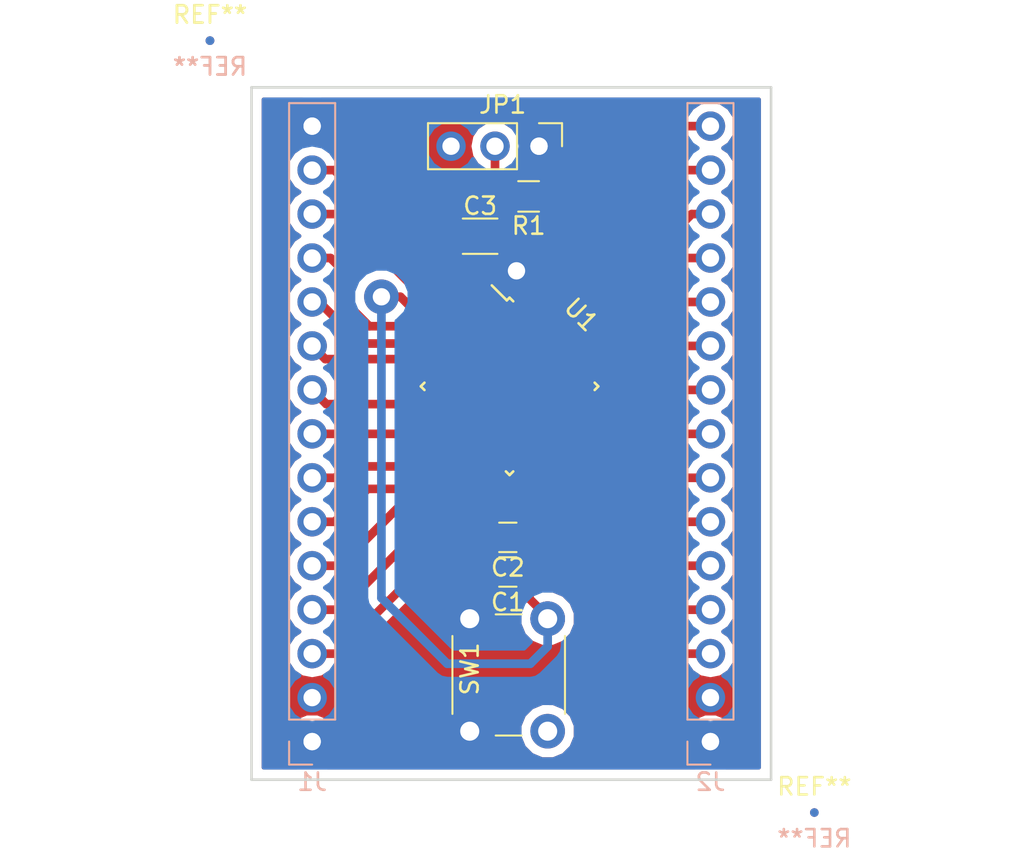
<source format=kicad_pcb>
(kicad_pcb (version 4) (host pcbnew 4.0.7-e2-6376~58~ubuntu16.04.1)

  (general
    (links 47)
    (no_connects 1)
    (area 85.924999 102.324999 116.075001 142.475001)
    (thickness 1.6)
    (drawings 40)
    (tracks 185)
    (zones 0)
    (modules 15)
    (nets 31)
  )

  (page A4)
  (layers
    (0 F.Cu signal)
    (31 B.Cu signal)
    (32 B.Adhes user)
    (33 F.Adhes user)
    (34 B.Paste user)
    (35 F.Paste user)
    (36 B.SilkS user)
    (37 F.SilkS user)
    (38 B.Mask user)
    (39 F.Mask user)
    (40 Dwgs.User user)
    (41 Cmts.User user)
    (42 Eco1.User user)
    (43 Eco2.User user)
    (44 Edge.Cuts user)
    (45 Margin user)
    (46 B.CrtYd user)
    (47 F.CrtYd user)
    (48 B.Fab user)
    (49 F.Fab user)
  )

  (setup
    (last_trace_width 0.5)
    (trace_clearance 0.2)
    (zone_clearance 0.508)
    (zone_45_only no)
    (trace_min 0.2)
    (segment_width 0.2)
    (edge_width 0.15)
    (via_size 2)
    (via_drill 1)
    (via_min_size 0.4)
    (via_min_drill 0.3)
    (uvia_size 0.3)
    (uvia_drill 0.1)
    (uvias_allowed no)
    (uvia_min_size 0.2)
    (uvia_min_drill 0.1)
    (pcb_text_width 0.3)
    (pcb_text_size 1.5 1.5)
    (mod_edge_width 0.15)
    (mod_text_size 1 1)
    (mod_text_width 0.15)
    (pad_size 1.524 1.524)
    (pad_drill 0.762)
    (pad_to_mask_clearance 0.2)
    (aux_axis_origin 0 0)
    (visible_elements FFFFFF7F)
    (pcbplotparams
      (layerselection 0x00040_00000000)
      (usegerberextensions false)
      (excludeedgelayer true)
      (linewidth 0.100000)
      (plotframeref false)
      (viasonmask false)
      (mode 1)
      (useauxorigin false)
      (hpglpennumber 1)
      (hpglpenspeed 20)
      (hpglpendiameter 15)
      (hpglpenoverlay 2)
      (psnegative false)
      (psa4output false)
      (plotreference true)
      (plotvalue true)
      (plotinvisibletext false)
      (padsonsilk false)
      (subtractmaskfromsilk false)
      (outputformat 5)
      (mirror false)
      (drillshape 1)
      (scaleselection 1)
      (outputdirectory plot/))
  )

  (net 0 "")
  (net 1 "Net-(C1-Pad1)")
  (net 2 GND)
  (net 3 3V3)
  (net 4 "Net-(J1-Pad3)")
  (net 5 "Net-(J1-Pad4)")
  (net 6 "Net-(J1-Pad5)")
  (net 7 "Net-(J1-Pad6)")
  (net 8 "Net-(J1-Pad7)")
  (net 9 "Net-(J1-Pad8)")
  (net 10 "Net-(J1-Pad9)")
  (net 11 "Net-(J1-Pad10)")
  (net 12 "Net-(J1-Pad11)")
  (net 13 "Net-(J1-Pad12)")
  (net 14 "Net-(J1-Pad13)")
  (net 15 "Net-(J1-Pad14)")
  (net 16 "Net-(J2-Pad3)")
  (net 17 "Net-(J2-Pad4)")
  (net 18 "Net-(J2-Pad5)")
  (net 19 "Net-(J2-Pad6)")
  (net 20 "Net-(J2-Pad7)")
  (net 21 "Net-(J2-Pad8)")
  (net 22 "Net-(J2-Pad9)")
  (net 23 "Net-(J2-Pad10)")
  (net 24 "Net-(J2-Pad11)")
  (net 25 "Net-(J2-Pad12)")
  (net 26 "Net-(J2-Pad13)")
  (net 27 "Net-(J2-Pad14)")
  (net 28 "Net-(J2-Pad15)")
  (net 29 "Net-(JP1-Pad2)")
  (net 30 "Net-(R1-Pad1)")

  (net_class Default "This is the default net class."
    (clearance 0.2)
    (trace_width 0.5)
    (via_dia 2)
    (via_drill 1)
    (uvia_dia 0.3)
    (uvia_drill 0.1)
    (add_net 3V3)
    (add_net GND)
    (add_net "Net-(C1-Pad1)")
    (add_net "Net-(J1-Pad10)")
    (add_net "Net-(J1-Pad11)")
    (add_net "Net-(J1-Pad12)")
    (add_net "Net-(J1-Pad13)")
    (add_net "Net-(J1-Pad14)")
    (add_net "Net-(J1-Pad3)")
    (add_net "Net-(J1-Pad4)")
    (add_net "Net-(J1-Pad5)")
    (add_net "Net-(J1-Pad6)")
    (add_net "Net-(J1-Pad7)")
    (add_net "Net-(J1-Pad8)")
    (add_net "Net-(J1-Pad9)")
    (add_net "Net-(J2-Pad10)")
    (add_net "Net-(J2-Pad11)")
    (add_net "Net-(J2-Pad12)")
    (add_net "Net-(J2-Pad13)")
    (add_net "Net-(J2-Pad14)")
    (add_net "Net-(J2-Pad15)")
    (add_net "Net-(J2-Pad3)")
    (add_net "Net-(J2-Pad4)")
    (add_net "Net-(J2-Pad5)")
    (add_net "Net-(J2-Pad6)")
    (add_net "Net-(J2-Pad7)")
    (add_net "Net-(J2-Pad8)")
    (add_net "Net-(J2-Pad9)")
    (add_net "Net-(JP1-Pad2)")
    (add_net "Net-(R1-Pad1)")
  )

  (module Fiducials:Fiducial_0.5mm_Dia_1mm_Outer (layer F.Cu) (tedit 59FE02FD) (tstamp 5E925E4E)
    (at 118.5 144.3)
    (descr "Circular Fiducial, 0.5mm bare copper top; 1mm keepout (Level C)")
    (tags marker)
    (attr virtual)
    (fp_text reference REF** (at 0 -1.5) (layer F.SilkS)
      (effects (font (size 1 1) (thickness 0.15)))
    )
    (fp_text value Fiducial_0.5mm_Dia_1mm_Outer (at 0 1.5) (layer F.Fab)
      (effects (font (size 1 1) (thickness 0.15)))
    )
    (fp_circle (center 0 0) (end 0.5 0) (layer F.Fab) (width 0.1))
    (fp_text user %R (at 0 0) (layer F.Fab)
      (effects (font (size 0.2 0.2) (thickness 0.04)))
    )
    (fp_circle (center 0 0) (end 0.75 0) (layer F.CrtYd) (width 0.05))
    (pad ~ smd circle (at 0 0) (size 0.5 0.5) (layers F.Cu F.Mask)
      (solder_mask_margin 0.25) (clearance 0.25))
  )

  (module Fiducials:Fiducial_0.5mm_Dia_1mm_Outer (layer B.Cu) (tedit 59FE02FD) (tstamp 5E925E46)
    (at 118.5 144.3)
    (descr "Circular Fiducial, 0.5mm bare copper top; 1mm keepout (Level C)")
    (tags marker)
    (attr virtual)
    (fp_text reference REF** (at 0 1.5) (layer B.SilkS)
      (effects (font (size 1 1) (thickness 0.15)) (justify mirror))
    )
    (fp_text value Fiducial_0.5mm_Dia_1mm_Outer (at 0 -1.5) (layer B.Fab)
      (effects (font (size 1 1) (thickness 0.15)) (justify mirror))
    )
    (fp_circle (center 0 0) (end 0.5 0) (layer B.Fab) (width 0.1))
    (fp_text user %R (at 0 0) (layer B.Fab)
      (effects (font (size 0.2 0.2) (thickness 0.04)) (justify mirror))
    )
    (fp_circle (center 0 0) (end 0.75 0) (layer B.CrtYd) (width 0.05))
    (pad ~ smd circle (at 0 0) (size 0.5 0.5) (layers B.Cu B.Mask)
      (solder_mask_margin 0.25) (clearance 0.25))
  )

  (module Fiducials:Fiducial_0.5mm_Dia_1mm_Outer (layer F.Cu) (tedit 59FE02FD) (tstamp 5E925E3B)
    (at 83.6 99.7)
    (descr "Circular Fiducial, 0.5mm bare copper top; 1mm keepout (Level C)")
    (tags marker)
    (attr virtual)
    (fp_text reference REF** (at 0 -1.5) (layer F.SilkS)
      (effects (font (size 1 1) (thickness 0.15)))
    )
    (fp_text value Fiducial_0.5mm_Dia_1mm_Outer (at 0 1.5) (layer F.Fab)
      (effects (font (size 1 1) (thickness 0.15)))
    )
    (fp_circle (center 0 0) (end 0.5 0) (layer F.Fab) (width 0.1))
    (fp_text user %R (at 0 0) (layer F.Fab)
      (effects (font (size 0.2 0.2) (thickness 0.04)))
    )
    (fp_circle (center 0 0) (end 0.75 0) (layer F.CrtYd) (width 0.05))
    (pad ~ smd circle (at 0 0) (size 0.5 0.5) (layers F.Cu F.Mask)
      (solder_mask_margin 0.25) (clearance 0.25))
  )

  (module Fiducials:Fiducial_0.5mm_Dia_1mm_Outer (layer B.Cu) (tedit 59FE02FD) (tstamp 5E925E34)
    (at 83.6 99.7)
    (descr "Circular Fiducial, 0.5mm bare copper top; 1mm keepout (Level C)")
    (tags marker)
    (attr virtual)
    (fp_text reference REF** (at 0 1.5) (layer B.SilkS)
      (effects (font (size 1 1) (thickness 0.15)) (justify mirror))
    )
    (fp_text value Fiducial_0.5mm_Dia_1mm_Outer (at 0 -1.5) (layer B.Fab)
      (effects (font (size 1 1) (thickness 0.15)) (justify mirror))
    )
    (fp_circle (center 0 0) (end 0.5 0) (layer B.Fab) (width 0.1))
    (fp_text user %R (at 0 0) (layer B.Fab)
      (effects (font (size 0.2 0.2) (thickness 0.04)) (justify mirror))
    )
    (fp_circle (center 0 0) (end 0.75 0) (layer B.CrtYd) (width 0.05))
    (pad ~ smd circle (at 0 0) (size 0.5 0.5) (layers B.Cu B.Mask)
      (solder_mask_margin 0.25) (clearance 0.25))
  )

  (module Fiducials:Fiducial_0.5mm_Dia_1mm_Outer (layer B.Cu) (tedit 59FE02FD) (tstamp 5E925E1C)
    (at 83.6 99.7)
    (descr "Circular Fiducial, 0.5mm bare copper top; 1mm keepout (Level C)")
    (tags marker)
    (attr virtual)
    (fp_text reference REF** (at 0 1.5) (layer B.SilkS)
      (effects (font (size 1 1) (thickness 0.15)) (justify mirror))
    )
    (fp_text value Fiducial_0.5mm_Dia_1mm_Outer (at 0 -1.5) (layer B.Fab)
      (effects (font (size 1 1) (thickness 0.15)) (justify mirror))
    )
    (fp_circle (center 0 0) (end 0.5 0) (layer B.Fab) (width 0.1))
    (fp_text user %R (at 0 0) (layer B.Fab)
      (effects (font (size 0.2 0.2) (thickness 0.04)) (justify mirror))
    )
    (fp_circle (center 0 0) (end 0.75 0) (layer B.CrtYd) (width 0.05))
    (pad ~ smd circle (at 0 0) (size 0.5 0.5) (layers B.Cu B.Mask)
      (solder_mask_margin 0.25) (clearance 0.25))
  )

  (module Housings_QFP:LQFP-32_7x7mm_Pitch0.8mm (layer F.Cu) (tedit 5E91B933) (tstamp 5E91A413)
    (at 100.9 119.675 315)
    (descr "LQFP32: plastic low profile quad flat package; 32 leads; body 7 x 7 x 1.4 mm (see NXP sot358-1_po.pdf and sot358-1_fr.pdf)")
    (tags "QFP 0.8")
    (path /5E90FDB9)
    (attr smd)
    (fp_text reference U1 (at 0 -5.85 315) (layer F.SilkS)
      (effects (font (size 1 1) (thickness 0.15)))
    )
    (fp_text value STM32F030K6Tx (at 0 5.85 315) (layer F.Fab)
      (effects (font (size 1 1) (thickness 0.15)))
    )
    (fp_text user %R (at 0 0 315) (layer F.Fab)
      (effects (font (size 1 1) (thickness 0.15)))
    )
    (fp_line (start -2.5 -3.5) (end 3.5 -3.5) (layer F.Fab) (width 0.15))
    (fp_line (start 3.5 -3.5) (end 3.5 3.5) (layer F.Fab) (width 0.15))
    (fp_line (start 3.5 3.5) (end -3.5 3.5) (layer F.Fab) (width 0.15))
    (fp_line (start -3.5 3.5) (end -3.5 -2.5) (layer F.Fab) (width 0.15))
    (fp_line (start -3.5 -2.5) (end -2.5 -3.5) (layer F.Fab) (width 0.15))
    (fp_line (start -5.1 -5.1) (end -5.1 5.1) (layer F.CrtYd) (width 0.05))
    (fp_line (start 5.1 -5.1) (end 5.1 5.1) (layer F.CrtYd) (width 0.05))
    (fp_line (start -5.1 -5.1) (end 5.1 -5.1) (layer F.CrtYd) (width 0.05))
    (fp_line (start -5.1 5.1) (end 5.1 5.1) (layer F.CrtYd) (width 0.05))
    (fp_line (start -3.625 -3.625) (end -3.625 -3.4) (layer F.SilkS) (width 0.15))
    (fp_line (start 3.625 -3.625) (end 3.625 -3.325) (layer F.SilkS) (width 0.15))
    (fp_line (start 3.625 3.625) (end 3.625 3.325) (layer F.SilkS) (width 0.15))
    (fp_line (start -3.625 3.625) (end -3.625 3.325) (layer F.SilkS) (width 0.15))
    (fp_line (start -3.625 -3.625) (end -3.325 -3.625) (layer F.SilkS) (width 0.15))
    (fp_line (start -3.625 3.625) (end -3.325 3.625) (layer F.SilkS) (width 0.15))
    (fp_line (start 3.625 3.625) (end 3.325 3.625) (layer F.SilkS) (width 0.15))
    (fp_line (start 3.625 -3.625) (end 3.325 -3.625) (layer F.SilkS) (width 0.15))
    (fp_line (start -3.625 -3.4) (end -4.85 -3.4) (layer F.SilkS) (width 0.15))
    (pad 1 smd rect (at -4.25 -2.8 315) (size 1.2 0.5) (layers F.Cu F.Paste F.Mask)
      (net 3 3V3))
    (pad 2 smd rect (at -4.25 -2 315) (size 1.2 0.5) (layers F.Cu F.Paste F.Mask)
      (net 15 "Net-(J1-Pad14)"))
    (pad 3 smd rect (at -4.25 -1.2 315) (size 1.2 0.5) (layers F.Cu F.Paste F.Mask)
      (net 14 "Net-(J1-Pad13)"))
    (pad 4 smd rect (at -4.25 -0.4 315) (size 1.2 0.5) (layers F.Cu F.Paste F.Mask)
      (net 1 "Net-(C1-Pad1)"))
    (pad 5 smd rect (at -4.25 0.4 315) (size 1.2 0.5) (layers F.Cu F.Paste F.Mask)
      (net 3 3V3))
    (pad 6 smd rect (at -4.25 1.2 315) (size 1.2 0.5) (layers F.Cu F.Paste F.Mask)
      (net 13 "Net-(J1-Pad12)"))
    (pad 7 smd rect (at -4.25 2 315) (size 1.2 0.5) (layers F.Cu F.Paste F.Mask)
      (net 12 "Net-(J1-Pad11)"))
    (pad 8 smd rect (at -4.25 2.8 315) (size 1.2 0.5) (layers F.Cu F.Paste F.Mask)
      (net 11 "Net-(J1-Pad10)"))
    (pad 9 smd rect (at -2.8 4.25 45) (size 1.2 0.5) (layers F.Cu F.Paste F.Mask)
      (net 10 "Net-(J1-Pad9)"))
    (pad 10 smd rect (at -2 4.25 45) (size 1.2 0.5) (layers F.Cu F.Paste F.Mask)
      (net 9 "Net-(J1-Pad8)"))
    (pad 11 smd rect (at -1.2 4.25 45) (size 1.2 0.5) (layers F.Cu F.Paste F.Mask)
      (net 8 "Net-(J1-Pad7)"))
    (pad 12 smd rect (at -0.4 4.25 45) (size 1.2 0.5) (layers F.Cu F.Paste F.Mask)
      (net 7 "Net-(J1-Pad6)"))
    (pad 13 smd rect (at 0.4 4.25 45) (size 1.2 0.5) (layers F.Cu F.Paste F.Mask)
      (net 6 "Net-(J1-Pad5)"))
    (pad 14 smd rect (at 1.2 4.25 45) (size 1.2 0.5) (layers F.Cu F.Paste F.Mask)
      (net 5 "Net-(J1-Pad4)"))
    (pad 15 smd rect (at 2 4.25 45) (size 1.2 0.5) (layers F.Cu F.Paste F.Mask)
      (net 4 "Net-(J1-Pad3)"))
    (pad 16 smd rect (at 2.8 4.25 45) (size 1.2 0.5) (layers F.Cu F.Paste F.Mask)
      (net 2 GND))
    (pad 17 smd rect (at 4.25 2.8 315) (size 1.2 0.5) (layers F.Cu F.Paste F.Mask)
      (net 3 3V3))
    (pad 18 smd rect (at 4.25 2 315) (size 1.2 0.5) (layers F.Cu F.Paste F.Mask)
      (net 16 "Net-(J2-Pad3)"))
    (pad 19 smd rect (at 4.25 1.2 315) (size 1.2 0.5) (layers F.Cu F.Paste F.Mask)
      (net 17 "Net-(J2-Pad4)"))
    (pad 20 smd rect (at 4.25 0.4 315) (size 1.2 0.5) (layers F.Cu F.Paste F.Mask)
      (net 18 "Net-(J2-Pad5)"))
    (pad 21 smd rect (at 4.25 -0.4 315) (size 1.2 0.5) (layers F.Cu F.Paste F.Mask)
      (net 19 "Net-(J2-Pad6)"))
    (pad 22 smd rect (at 4.25 -1.2 315) (size 1.2 0.5) (layers F.Cu F.Paste F.Mask)
      (net 20 "Net-(J2-Pad7)"))
    (pad 23 smd rect (at 4.25 -2 315) (size 1.2 0.5) (layers F.Cu F.Paste F.Mask)
      (net 21 "Net-(J2-Pad8)"))
    (pad 24 smd rect (at 4.25 -2.8 315) (size 1.2 0.5) (layers F.Cu F.Paste F.Mask)
      (net 22 "Net-(J2-Pad9)"))
    (pad 25 smd rect (at 2.8 -4.25 45) (size 1.2 0.5) (layers F.Cu F.Paste F.Mask)
      (net 23 "Net-(J2-Pad10)"))
    (pad 26 smd rect (at 2 -4.25 45) (size 1.2 0.5) (layers F.Cu F.Paste F.Mask)
      (net 24 "Net-(J2-Pad11)"))
    (pad 27 smd rect (at 1.2 -4.25 45) (size 1.2 0.5) (layers F.Cu F.Paste F.Mask)
      (net 25 "Net-(J2-Pad12)"))
    (pad 28 smd rect (at 0.4 -4.25 45) (size 1.2 0.5) (layers F.Cu F.Paste F.Mask)
      (net 26 "Net-(J2-Pad13)"))
    (pad 29 smd rect (at -0.4 -4.25 45) (size 1.2 0.5) (layers F.Cu F.Paste F.Mask)
      (net 27 "Net-(J2-Pad14)"))
    (pad 30 smd rect (at -1.2 -4.25 45) (size 1.2 0.5) (layers F.Cu F.Paste F.Mask)
      (net 28 "Net-(J2-Pad15)"))
    (pad 31 smd rect (at -2 -4.25 45) (size 1.2 0.5) (layers F.Cu F.Paste F.Mask)
      (net 30 "Net-(R1-Pad1)"))
    (pad 32 smd rect (at -2.8 -4.25 45) (size 1.2 0.5) (layers F.Cu F.Paste F.Mask)
      (net 2 GND))
    (model ${KISYS3DMOD}/Housings_QFP.3dshapes/LQFP-32_7x7mm_Pitch0.8mm.wrl
      (at (xyz 0 0 0))
      (scale (xyz 1 1 1))
      (rotate (xyz 0 0 0))
    )
  )

  (module Capacitors_SMD:C_0805_HandSoldering (layer F.Cu) (tedit 58AA84A8) (tstamp 5E91A32D)
    (at 100.8 130.4 180)
    (descr "Capacitor SMD 0805, hand soldering")
    (tags "capacitor 0805")
    (path /5E91128D)
    (attr smd)
    (fp_text reference C1 (at 0 -1.75 180) (layer F.SilkS)
      (effects (font (size 1 1) (thickness 0.15)))
    )
    (fp_text value 100nF (at 0 1.75 180) (layer F.Fab)
      (effects (font (size 1 1) (thickness 0.15)))
    )
    (fp_text user %R (at 0 -1.75 180) (layer F.Fab)
      (effects (font (size 1 1) (thickness 0.15)))
    )
    (fp_line (start -1 0.62) (end -1 -0.62) (layer F.Fab) (width 0.1))
    (fp_line (start 1 0.62) (end -1 0.62) (layer F.Fab) (width 0.1))
    (fp_line (start 1 -0.62) (end 1 0.62) (layer F.Fab) (width 0.1))
    (fp_line (start -1 -0.62) (end 1 -0.62) (layer F.Fab) (width 0.1))
    (fp_line (start 0.5 -0.85) (end -0.5 -0.85) (layer F.SilkS) (width 0.12))
    (fp_line (start -0.5 0.85) (end 0.5 0.85) (layer F.SilkS) (width 0.12))
    (fp_line (start -2.25 -0.88) (end 2.25 -0.88) (layer F.CrtYd) (width 0.05))
    (fp_line (start -2.25 -0.88) (end -2.25 0.87) (layer F.CrtYd) (width 0.05))
    (fp_line (start 2.25 0.87) (end 2.25 -0.88) (layer F.CrtYd) (width 0.05))
    (fp_line (start 2.25 0.87) (end -2.25 0.87) (layer F.CrtYd) (width 0.05))
    (pad 1 smd rect (at -1.25 0 180) (size 1.5 1.25) (layers F.Cu F.Paste F.Mask)
      (net 1 "Net-(C1-Pad1)"))
    (pad 2 smd rect (at 1.25 0 180) (size 1.5 1.25) (layers F.Cu F.Paste F.Mask)
      (net 2 GND))
    (model Capacitors_SMD.3dshapes/C_0805.wrl
      (at (xyz 0 0 0))
      (scale (xyz 1 1 1))
      (rotate (xyz 0 0 0))
    )
  )

  (module Capacitors_SMD:C_0805_HandSoldering (layer F.Cu) (tedit 58AA84A8) (tstamp 5E91A33E)
    (at 100.8 128.4 180)
    (descr "Capacitor SMD 0805, hand soldering")
    (tags "capacitor 0805")
    (path /5E90FDE6)
    (attr smd)
    (fp_text reference C2 (at 0 -1.75 180) (layer F.SilkS)
      (effects (font (size 1 1) (thickness 0.15)))
    )
    (fp_text value 100nF (at 0 1.75 180) (layer F.Fab)
      (effects (font (size 1 1) (thickness 0.15)))
    )
    (fp_text user %R (at 0 -1.75 180) (layer F.Fab)
      (effects (font (size 1 1) (thickness 0.15)))
    )
    (fp_line (start -1 0.62) (end -1 -0.62) (layer F.Fab) (width 0.1))
    (fp_line (start 1 0.62) (end -1 0.62) (layer F.Fab) (width 0.1))
    (fp_line (start 1 -0.62) (end 1 0.62) (layer F.Fab) (width 0.1))
    (fp_line (start -1 -0.62) (end 1 -0.62) (layer F.Fab) (width 0.1))
    (fp_line (start 0.5 -0.85) (end -0.5 -0.85) (layer F.SilkS) (width 0.12))
    (fp_line (start -0.5 0.85) (end 0.5 0.85) (layer F.SilkS) (width 0.12))
    (fp_line (start -2.25 -0.88) (end 2.25 -0.88) (layer F.CrtYd) (width 0.05))
    (fp_line (start -2.25 -0.88) (end -2.25 0.87) (layer F.CrtYd) (width 0.05))
    (fp_line (start 2.25 0.87) (end 2.25 -0.88) (layer F.CrtYd) (width 0.05))
    (fp_line (start 2.25 0.87) (end -2.25 0.87) (layer F.CrtYd) (width 0.05))
    (pad 1 smd rect (at -1.25 0 180) (size 1.5 1.25) (layers F.Cu F.Paste F.Mask)
      (net 3 3V3))
    (pad 2 smd rect (at 1.25 0 180) (size 1.5 1.25) (layers F.Cu F.Paste F.Mask)
      (net 2 GND))
    (model Capacitors_SMD.3dshapes/C_0805.wrl
      (at (xyz 0 0 0))
      (scale (xyz 1 1 1))
      (rotate (xyz 0 0 0))
    )
  )

  (module Capacitors_SMD:C_1206_HandSoldering (layer F.Cu) (tedit 58AA84D1) (tstamp 5E91A34F)
    (at 99.2 111)
    (descr "Capacitor SMD 1206, hand soldering")
    (tags "capacitor 1206")
    (path /5E90FDD7)
    (attr smd)
    (fp_text reference C3 (at 0 -1.75) (layer F.SilkS)
      (effects (font (size 1 1) (thickness 0.15)))
    )
    (fp_text value 1uF (at 0 2) (layer F.Fab)
      (effects (font (size 1 1) (thickness 0.15)))
    )
    (fp_text user %R (at 0 -1.75) (layer F.Fab)
      (effects (font (size 1 1) (thickness 0.15)))
    )
    (fp_line (start -1.6 0.8) (end -1.6 -0.8) (layer F.Fab) (width 0.1))
    (fp_line (start 1.6 0.8) (end -1.6 0.8) (layer F.Fab) (width 0.1))
    (fp_line (start 1.6 -0.8) (end 1.6 0.8) (layer F.Fab) (width 0.1))
    (fp_line (start -1.6 -0.8) (end 1.6 -0.8) (layer F.Fab) (width 0.1))
    (fp_line (start 1 -1.02) (end -1 -1.02) (layer F.SilkS) (width 0.12))
    (fp_line (start -1 1.02) (end 1 1.02) (layer F.SilkS) (width 0.12))
    (fp_line (start -3.25 -1.05) (end 3.25 -1.05) (layer F.CrtYd) (width 0.05))
    (fp_line (start -3.25 -1.05) (end -3.25 1.05) (layer F.CrtYd) (width 0.05))
    (fp_line (start 3.25 1.05) (end 3.25 -1.05) (layer F.CrtYd) (width 0.05))
    (fp_line (start 3.25 1.05) (end -3.25 1.05) (layer F.CrtYd) (width 0.05))
    (pad 1 smd rect (at -2 0) (size 2 1.6) (layers F.Cu F.Paste F.Mask)
      (net 3 3V3))
    (pad 2 smd rect (at 2 0) (size 2 1.6) (layers F.Cu F.Paste F.Mask)
      (net 2 GND))
    (model Capacitors_SMD.3dshapes/C_1206.wrl
      (at (xyz 0 0 0))
      (scale (xyz 1 1 1))
      (rotate (xyz 0 0 0))
    )
  )

  (module Pin_Headers:Pin_Header_Straight_1x15_Pitch2.54mm (layer B.Cu) (tedit 59650532) (tstamp 5E91A372)
    (at 89.5 140.2)
    (descr "Through hole straight pin header, 1x15, 2.54mm pitch, single row")
    (tags "Through hole pin header THT 1x15 2.54mm single row")
    (path /5E9120C1)
    (fp_text reference J1 (at 0 2.33) (layer B.SilkS)
      (effects (font (size 1 1) (thickness 0.15)) (justify mirror))
    )
    (fp_text value Conn_01x15_Male (at 0 -37.89) (layer B.Fab)
      (effects (font (size 1 1) (thickness 0.15)) (justify mirror))
    )
    (fp_line (start -0.635 1.27) (end 1.27 1.27) (layer B.Fab) (width 0.1))
    (fp_line (start 1.27 1.27) (end 1.27 -36.83) (layer B.Fab) (width 0.1))
    (fp_line (start 1.27 -36.83) (end -1.27 -36.83) (layer B.Fab) (width 0.1))
    (fp_line (start -1.27 -36.83) (end -1.27 0.635) (layer B.Fab) (width 0.1))
    (fp_line (start -1.27 0.635) (end -0.635 1.27) (layer B.Fab) (width 0.1))
    (fp_line (start -1.33 -36.89) (end 1.33 -36.89) (layer B.SilkS) (width 0.12))
    (fp_line (start -1.33 -1.27) (end -1.33 -36.89) (layer B.SilkS) (width 0.12))
    (fp_line (start 1.33 -1.27) (end 1.33 -36.89) (layer B.SilkS) (width 0.12))
    (fp_line (start -1.33 -1.27) (end 1.33 -1.27) (layer B.SilkS) (width 0.12))
    (fp_line (start -1.33 0) (end -1.33 1.33) (layer B.SilkS) (width 0.12))
    (fp_line (start -1.33 1.33) (end 0 1.33) (layer B.SilkS) (width 0.12))
    (fp_line (start -1.8 1.8) (end -1.8 -37.35) (layer B.CrtYd) (width 0.05))
    (fp_line (start -1.8 -37.35) (end 1.8 -37.35) (layer B.CrtYd) (width 0.05))
    (fp_line (start 1.8 -37.35) (end 1.8 1.8) (layer B.CrtYd) (width 0.05))
    (fp_line (start 1.8 1.8) (end -1.8 1.8) (layer B.CrtYd) (width 0.05))
    (fp_text user %R (at 0 -17.78 270) (layer B.Fab)
      (effects (font (size 1 1) (thickness 0.15)) (justify mirror))
    )
    (pad 1 thru_hole rect (at 0 0) (size 1.7 1.7) (drill 1) (layers *.Cu *.Mask)
      (net 2 GND))
    (pad 2 thru_hole oval (at 0 -2.54) (size 1.7 1.7) (drill 1) (layers *.Cu *.Mask)
      (net 3 3V3))
    (pad 3 thru_hole oval (at 0 -5.08) (size 1.7 1.7) (drill 1) (layers *.Cu *.Mask)
      (net 4 "Net-(J1-Pad3)"))
    (pad 4 thru_hole oval (at 0 -7.62) (size 1.7 1.7) (drill 1) (layers *.Cu *.Mask)
      (net 5 "Net-(J1-Pad4)"))
    (pad 5 thru_hole oval (at 0 -10.16) (size 1.7 1.7) (drill 1) (layers *.Cu *.Mask)
      (net 6 "Net-(J1-Pad5)"))
    (pad 6 thru_hole oval (at 0 -12.7) (size 1.7 1.7) (drill 1) (layers *.Cu *.Mask)
      (net 7 "Net-(J1-Pad6)"))
    (pad 7 thru_hole oval (at 0 -15.24) (size 1.7 1.7) (drill 1) (layers *.Cu *.Mask)
      (net 8 "Net-(J1-Pad7)"))
    (pad 8 thru_hole oval (at 0 -17.78) (size 1.7 1.7) (drill 1) (layers *.Cu *.Mask)
      (net 9 "Net-(J1-Pad8)"))
    (pad 9 thru_hole oval (at 0 -20.32) (size 1.7 1.7) (drill 1) (layers *.Cu *.Mask)
      (net 10 "Net-(J1-Pad9)"))
    (pad 10 thru_hole oval (at 0 -22.86) (size 1.7 1.7) (drill 1) (layers *.Cu *.Mask)
      (net 11 "Net-(J1-Pad10)"))
    (pad 11 thru_hole oval (at 0 -25.4) (size 1.7 1.7) (drill 1) (layers *.Cu *.Mask)
      (net 12 "Net-(J1-Pad11)"))
    (pad 12 thru_hole oval (at 0 -27.94) (size 1.7 1.7) (drill 1) (layers *.Cu *.Mask)
      (net 13 "Net-(J1-Pad12)"))
    (pad 13 thru_hole oval (at 0 -30.48) (size 1.7 1.7) (drill 1) (layers *.Cu *.Mask)
      (net 14 "Net-(J1-Pad13)"))
    (pad 14 thru_hole oval (at 0 -33.02) (size 1.7 1.7) (drill 1) (layers *.Cu *.Mask)
      (net 15 "Net-(J1-Pad14)"))
    (pad 15 thru_hole oval (at 0 -35.56) (size 1.7 1.7) (drill 1) (layers *.Cu *.Mask)
      (net 2 GND))
    (model ${KISYS3DMOD}/Pin_Headers.3dshapes/Pin_Header_Straight_1x15_Pitch2.54mm.wrl
      (at (xyz 0 0 0))
      (scale (xyz 1 1 1))
      (rotate (xyz 0 0 0))
    )
  )

  (module Pin_Headers:Pin_Header_Straight_1x15_Pitch2.54mm (layer B.Cu) (tedit 59650532) (tstamp 5E91A395)
    (at 112.5 140.2)
    (descr "Through hole straight pin header, 1x15, 2.54mm pitch, single row")
    (tags "Through hole pin header THT 1x15 2.54mm single row")
    (path /5E91151B)
    (fp_text reference J2 (at 0 2.33) (layer B.SilkS)
      (effects (font (size 1 1) (thickness 0.15)) (justify mirror))
    )
    (fp_text value Conn_01x15_Male (at 0 -37.89) (layer B.Fab)
      (effects (font (size 1 1) (thickness 0.15)) (justify mirror))
    )
    (fp_line (start -0.635 1.27) (end 1.27 1.27) (layer B.Fab) (width 0.1))
    (fp_line (start 1.27 1.27) (end 1.27 -36.83) (layer B.Fab) (width 0.1))
    (fp_line (start 1.27 -36.83) (end -1.27 -36.83) (layer B.Fab) (width 0.1))
    (fp_line (start -1.27 -36.83) (end -1.27 0.635) (layer B.Fab) (width 0.1))
    (fp_line (start -1.27 0.635) (end -0.635 1.27) (layer B.Fab) (width 0.1))
    (fp_line (start -1.33 -36.89) (end 1.33 -36.89) (layer B.SilkS) (width 0.12))
    (fp_line (start -1.33 -1.27) (end -1.33 -36.89) (layer B.SilkS) (width 0.12))
    (fp_line (start 1.33 -1.27) (end 1.33 -36.89) (layer B.SilkS) (width 0.12))
    (fp_line (start -1.33 -1.27) (end 1.33 -1.27) (layer B.SilkS) (width 0.12))
    (fp_line (start -1.33 0) (end -1.33 1.33) (layer B.SilkS) (width 0.12))
    (fp_line (start -1.33 1.33) (end 0 1.33) (layer B.SilkS) (width 0.12))
    (fp_line (start -1.8 1.8) (end -1.8 -37.35) (layer B.CrtYd) (width 0.05))
    (fp_line (start -1.8 -37.35) (end 1.8 -37.35) (layer B.CrtYd) (width 0.05))
    (fp_line (start 1.8 -37.35) (end 1.8 1.8) (layer B.CrtYd) (width 0.05))
    (fp_line (start 1.8 1.8) (end -1.8 1.8) (layer B.CrtYd) (width 0.05))
    (fp_text user %R (at 0 -17.78 270) (layer B.Fab)
      (effects (font (size 1 1) (thickness 0.15)) (justify mirror))
    )
    (pad 1 thru_hole rect (at 0 0) (size 1.7 1.7) (drill 1) (layers *.Cu *.Mask)
      (net 2 GND))
    (pad 2 thru_hole oval (at 0 -2.54) (size 1.7 1.7) (drill 1) (layers *.Cu *.Mask)
      (net 3 3V3))
    (pad 3 thru_hole oval (at 0 -5.08) (size 1.7 1.7) (drill 1) (layers *.Cu *.Mask)
      (net 16 "Net-(J2-Pad3)"))
    (pad 4 thru_hole oval (at 0 -7.62) (size 1.7 1.7) (drill 1) (layers *.Cu *.Mask)
      (net 17 "Net-(J2-Pad4)"))
    (pad 5 thru_hole oval (at 0 -10.16) (size 1.7 1.7) (drill 1) (layers *.Cu *.Mask)
      (net 18 "Net-(J2-Pad5)"))
    (pad 6 thru_hole oval (at 0 -12.7) (size 1.7 1.7) (drill 1) (layers *.Cu *.Mask)
      (net 19 "Net-(J2-Pad6)"))
    (pad 7 thru_hole oval (at 0 -15.24) (size 1.7 1.7) (drill 1) (layers *.Cu *.Mask)
      (net 20 "Net-(J2-Pad7)"))
    (pad 8 thru_hole oval (at 0 -17.78) (size 1.7 1.7) (drill 1) (layers *.Cu *.Mask)
      (net 21 "Net-(J2-Pad8)"))
    (pad 9 thru_hole oval (at 0 -20.32) (size 1.7 1.7) (drill 1) (layers *.Cu *.Mask)
      (net 22 "Net-(J2-Pad9)"))
    (pad 10 thru_hole oval (at 0 -22.86) (size 1.7 1.7) (drill 1) (layers *.Cu *.Mask)
      (net 23 "Net-(J2-Pad10)"))
    (pad 11 thru_hole oval (at 0 -25.4) (size 1.7 1.7) (drill 1) (layers *.Cu *.Mask)
      (net 24 "Net-(J2-Pad11)"))
    (pad 12 thru_hole oval (at 0 -27.94) (size 1.7 1.7) (drill 1) (layers *.Cu *.Mask)
      (net 25 "Net-(J2-Pad12)"))
    (pad 13 thru_hole oval (at 0 -30.48) (size 1.7 1.7) (drill 1) (layers *.Cu *.Mask)
      (net 26 "Net-(J2-Pad13)"))
    (pad 14 thru_hole oval (at 0 -33.02) (size 1.7 1.7) (drill 1) (layers *.Cu *.Mask)
      (net 27 "Net-(J2-Pad14)"))
    (pad 15 thru_hole oval (at 0 -35.56) (size 1.7 1.7) (drill 1) (layers *.Cu *.Mask)
      (net 28 "Net-(J2-Pad15)"))
    (model ${KISYS3DMOD}/Pin_Headers.3dshapes/Pin_Header_Straight_1x15_Pitch2.54mm.wrl
      (at (xyz 0 0 0))
      (scale (xyz 1 1 1))
      (rotate (xyz 0 0 0))
    )
  )

  (module Pin_Headers:Pin_Header_Straight_1x03_Pitch2.54mm (layer F.Cu) (tedit 5E92EC9C) (tstamp 5E91A3AC)
    (at 102.6 105.8 270)
    (descr "Through hole straight pin header, 1x03, 2.54mm pitch, single row")
    (tags "Through hole pin header THT 1x03 2.54mm single row")
    (path /5E90FDD0)
    (fp_text reference JP1 (at -2.4 2.1 540) (layer F.SilkS)
      (effects (font (size 1 1) (thickness 0.15)))
    )
    (fp_text value "BOOT Seq" (at 2.2 6.7 540) (layer F.Fab)
      (effects (font (size 1 1) (thickness 0.15)))
    )
    (fp_line (start -0.635 -1.27) (end 1.27 -1.27) (layer F.Fab) (width 0.1))
    (fp_line (start 1.27 -1.27) (end 1.27 6.35) (layer F.Fab) (width 0.1))
    (fp_line (start 1.27 6.35) (end -1.27 6.35) (layer F.Fab) (width 0.1))
    (fp_line (start -1.27 6.35) (end -1.27 -0.635) (layer F.Fab) (width 0.1))
    (fp_line (start -1.27 -0.635) (end -0.635 -1.27) (layer F.Fab) (width 0.1))
    (fp_line (start -1.33 6.41) (end 1.33 6.41) (layer F.SilkS) (width 0.12))
    (fp_line (start -1.33 1.27) (end -1.33 6.41) (layer F.SilkS) (width 0.12))
    (fp_line (start 1.33 1.27) (end 1.33 6.41) (layer F.SilkS) (width 0.12))
    (fp_line (start -1.33 1.27) (end 1.33 1.27) (layer F.SilkS) (width 0.12))
    (fp_line (start -1.33 0) (end -1.33 -1.33) (layer F.SilkS) (width 0.12))
    (fp_line (start -1.33 -1.33) (end 0 -1.33) (layer F.SilkS) (width 0.12))
    (fp_line (start -1.8 -1.8) (end -1.8 6.85) (layer F.CrtYd) (width 0.05))
    (fp_line (start -1.8 6.85) (end 1.8 6.85) (layer F.CrtYd) (width 0.05))
    (fp_line (start 1.8 6.85) (end 1.8 -1.8) (layer F.CrtYd) (width 0.05))
    (fp_line (start 1.8 -1.8) (end -1.8 -1.8) (layer F.CrtYd) (width 0.05))
    (fp_text user %R (at 0 2.54 360) (layer F.Fab)
      (effects (font (size 1 1) (thickness 0.15)))
    )
    (pad 1 thru_hole rect (at 0 0 270) (size 1.7 1.7) (drill 1) (layers *.Cu *.Mask)
      (net 2 GND))
    (pad 2 thru_hole oval (at 0 2.54 270) (size 1.7 1.7) (drill 1) (layers *.Cu *.Mask)
      (net 29 "Net-(JP1-Pad2)"))
    (pad 3 thru_hole oval (at 0 5.08 270) (size 1.7 1.7) (drill 1) (layers *.Cu *.Mask)
      (net 3 3V3))
    (model ${KISYS3DMOD}/Pin_Headers.3dshapes/Pin_Header_Straight_1x03_Pitch2.54mm.wrl
      (at (xyz 0 0 0))
      (scale (xyz 1 1 1))
      (rotate (xyz 0 0 0))
    )
  )

  (module Resistors_SMD:R_0805_HandSoldering (layer F.Cu) (tedit 58E0A804) (tstamp 5E91A3BD)
    (at 102 108.7 180)
    (descr "Resistor SMD 0805, hand soldering")
    (tags "resistor 0805")
    (path /5E911081)
    (attr smd)
    (fp_text reference R1 (at 0 -1.7 180) (layer F.SilkS)
      (effects (font (size 1 1) (thickness 0.15)))
    )
    (fp_text value 10k (at 0 1.75 180) (layer F.Fab)
      (effects (font (size 1 1) (thickness 0.15)))
    )
    (fp_text user %R (at 0 0 180) (layer F.Fab)
      (effects (font (size 0.5 0.5) (thickness 0.075)))
    )
    (fp_line (start -1 0.62) (end -1 -0.62) (layer F.Fab) (width 0.1))
    (fp_line (start 1 0.62) (end -1 0.62) (layer F.Fab) (width 0.1))
    (fp_line (start 1 -0.62) (end 1 0.62) (layer F.Fab) (width 0.1))
    (fp_line (start -1 -0.62) (end 1 -0.62) (layer F.Fab) (width 0.1))
    (fp_line (start 0.6 0.88) (end -0.6 0.88) (layer F.SilkS) (width 0.12))
    (fp_line (start -0.6 -0.88) (end 0.6 -0.88) (layer F.SilkS) (width 0.12))
    (fp_line (start -2.35 -0.9) (end 2.35 -0.9) (layer F.CrtYd) (width 0.05))
    (fp_line (start -2.35 -0.9) (end -2.35 0.9) (layer F.CrtYd) (width 0.05))
    (fp_line (start 2.35 0.9) (end 2.35 -0.9) (layer F.CrtYd) (width 0.05))
    (fp_line (start 2.35 0.9) (end -2.35 0.9) (layer F.CrtYd) (width 0.05))
    (pad 1 smd rect (at -1.35 0 180) (size 1.5 1.3) (layers F.Cu F.Paste F.Mask)
      (net 30 "Net-(R1-Pad1)"))
    (pad 2 smd rect (at 1.35 0 180) (size 1.5 1.3) (layers F.Cu F.Paste F.Mask)
      (net 29 "Net-(JP1-Pad2)"))
    (model ${KISYS3DMOD}/Resistors_SMD.3dshapes/R_0805.wrl
      (at (xyz 0 0 0))
      (scale (xyz 1 1 1))
      (rotate (xyz 0 0 0))
    )
  )

  (module Buttons_Switches_THT:SW_PUSH_6mm_h4.3mm (layer F.Cu) (tedit 5E92ECC4) (tstamp 5E91A3DC)
    (at 98.6 139.6 90)
    (descr "tactile push button, 6x6mm e.g. PHAP33xx series, height=4.3mm")
    (tags "tact sw push 6mm")
    (path /5E911206)
    (fp_text reference SW1 (at 3.6 0 270) (layer F.SilkS)
      (effects (font (size 1 1) (thickness 0.15)))
    )
    (fp_text value SW_SPST (at 3.75 6.7 270) (layer F.Fab)
      (effects (font (size 1 1) (thickness 0.15)))
    )
    (fp_text user %R (at 3.25 2.25 180) (layer F.Fab)
      (effects (font (size 1 1) (thickness 0.15)))
    )
    (fp_line (start 3.25 -0.75) (end 6.25 -0.75) (layer F.Fab) (width 0.1))
    (fp_line (start 6.25 -0.75) (end 6.25 5.25) (layer F.Fab) (width 0.1))
    (fp_line (start 6.25 5.25) (end 0.25 5.25) (layer F.Fab) (width 0.1))
    (fp_line (start 0.25 5.25) (end 0.25 -0.75) (layer F.Fab) (width 0.1))
    (fp_line (start 0.25 -0.75) (end 3.25 -0.75) (layer F.Fab) (width 0.1))
    (fp_line (start 7.75 6) (end 8 6) (layer F.CrtYd) (width 0.05))
    (fp_line (start 8 6) (end 8 5.75) (layer F.CrtYd) (width 0.05))
    (fp_line (start 7.75 -1.5) (end 8 -1.5) (layer F.CrtYd) (width 0.05))
    (fp_line (start 8 -1.5) (end 8 -1.25) (layer F.CrtYd) (width 0.05))
    (fp_line (start -1.5 -1.25) (end -1.5 -1.5) (layer F.CrtYd) (width 0.05))
    (fp_line (start -1.5 -1.5) (end -1.25 -1.5) (layer F.CrtYd) (width 0.05))
    (fp_line (start -1.5 5.75) (end -1.5 6) (layer F.CrtYd) (width 0.05))
    (fp_line (start -1.5 6) (end -1.25 6) (layer F.CrtYd) (width 0.05))
    (fp_line (start -1.25 -1.5) (end 7.75 -1.5) (layer F.CrtYd) (width 0.05))
    (fp_line (start -1.5 5.75) (end -1.5 -1.25) (layer F.CrtYd) (width 0.05))
    (fp_line (start 7.75 6) (end -1.25 6) (layer F.CrtYd) (width 0.05))
    (fp_line (start 8 -1.25) (end 8 5.75) (layer F.CrtYd) (width 0.05))
    (fp_line (start 1 5.5) (end 5.5 5.5) (layer F.SilkS) (width 0.12))
    (fp_line (start -0.25 1.5) (end -0.25 3) (layer F.SilkS) (width 0.12))
    (fp_line (start 5.5 -1) (end 1 -1) (layer F.SilkS) (width 0.12))
    (fp_line (start 6.75 3) (end 6.75 1.5) (layer F.SilkS) (width 0.12))
    (fp_circle (center 3.25 2.25) (end 1.25 2.5) (layer F.Fab) (width 0.1))
    (pad 2 thru_hole circle (at 0 4.5 180) (size 2 2) (drill 1.1) (layers *.Cu *.Mask)
      (net 1 "Net-(C1-Pad1)"))
    (pad 1 thru_hole circle (at 0 0 180) (size 2 2) (drill 1.1) (layers *.Cu *.Mask)
      (net 2 GND))
    (pad 2 thru_hole circle (at 6.5 4.5 180) (size 2 2) (drill 1.1) (layers *.Cu *.Mask)
      (net 1 "Net-(C1-Pad1)"))
    (pad 1 thru_hole circle (at 6.5 0 180) (size 2 2) (drill 1.1) (layers *.Cu *.Mask)
      (net 2 GND))
    (model ${KISYS3DMOD}/Buttons_Switches_THT.3dshapes/SW_PUSH_6mm_h4.3mm.wrl
      (at (xyz 0.005 0 0))
      (scale (xyz 0.3937 0.3937 0.3937))
      (rotate (xyz 0 0 0))
    )
  )

  (module Fiducials:Fiducial_0.5mm_Dia_1mm_Outer (layer F.Cu) (tedit 59FE02FD) (tstamp 5E925E0E)
    (at 83.6 99.7)
    (descr "Circular Fiducial, 0.5mm bare copper top; 1mm keepout (Level C)")
    (tags marker)
    (attr virtual)
    (fp_text reference REF** (at 0 -1.5) (layer F.SilkS)
      (effects (font (size 1 1) (thickness 0.15)))
    )
    (fp_text value Fiducial_0.5mm_Dia_1mm_Outer (at 0 1.5) (layer F.Fab)
      (effects (font (size 1 1) (thickness 0.15)))
    )
    (fp_circle (center 0 0) (end 0.5 0) (layer F.Fab) (width 0.1))
    (fp_text user %R (at 0 0) (layer F.Fab)
      (effects (font (size 0.2 0.2) (thickness 0.04)))
    )
    (fp_circle (center 0 0) (end 0.75 0) (layer F.CrtYd) (width 0.05))
    (pad ~ smd circle (at 0 0) (size 0.5 0.5) (layers F.Cu F.Mask)
      (solder_mask_margin 0.25) (clearance 0.25))
  )

  (gr_text "STM32F030K6T6 - Dev Board" (at 108.5 122.9 270) (layer B.Mask)
    (effects (font (size 1.4 1.4) (thickness 0.2)) (justify mirror))
  )
  (gr_text GameInstance.com (at 97.4 121.9 270) (layer B.Mask)
    (effects (font (size 1.4 1.4) (thickness 0.2)) (justify mirror))
  )
  (gr_text RESET (at 95.7 137.1 270) (layer F.Mask)
    (effects (font (size 0.8 0.8) (thickness 0.2)))
  )
  (gr_text 0 (at 105.4 105.7) (layer F.Mask)
    (effects (font (size 0.8 0.8) (thickness 0.2)))
  )
  (gr_text 1 (at 94.9 105.7) (layer F.Mask)
    (effects (font (size 0.8 0.8) (thickness 0.2)))
  )
  (gr_text BOOT (at 95.2 108.5) (layer F.Mask)
    (effects (font (size 0.8 0.8) (thickness 0.2)))
  )
  (gr_text B7 (at 114.8 104.3 270) (layer F.Mask)
    (effects (font (size 0.8 0.8) (thickness 0.2)))
  )
  (gr_text B6 (at 114.8 106.9 270) (layer F.Mask)
    (effects (font (size 0.8 0.8) (thickness 0.2)))
  )
  (gr_text B5 (at 114.8 109.6 270) (layer F.Mask)
    (effects (font (size 0.8 0.8) (thickness 0.2)))
  )
  (gr_text B4 (at 114.8 112.2 270) (layer F.Mask)
    (effects (font (size 0.8 0.8) (thickness 0.2)))
  )
  (gr_text B3 (at 114.8 114.7 270) (layer F.Mask)
    (effects (font (size 0.8 0.8) (thickness 0.2)))
  )
  (gr_text A15 (at 114.8 117.2 270) (layer F.Mask)
    (effects (font (size 0.8 0.8) (thickness 0.2)))
  )
  (gr_text A14 (at 114.8 119.9 270) (layer F.Mask)
    (effects (font (size 0.8 0.8) (thickness 0.2)))
  )
  (gr_text A13 (at 114.8 122.5 270) (layer F.Mask)
    (effects (font (size 0.8 0.8) (thickness 0.2)))
  )
  (gr_text A12 (at 114.8 125.1 270) (layer F.Mask)
    (effects (font (size 0.8 0.8) (thickness 0.2)))
  )
  (gr_text A11 (at 114.8 127.6 270) (layer F.Mask)
    (effects (font (size 0.8 0.8) (thickness 0.2)))
  )
  (gr_text A10 (at 114.8 130.3 270) (layer F.Mask)
    (effects (font (size 0.8 0.8) (thickness 0.2)))
  )
  (gr_text A9 (at 114.8 132.7 270) (layer F.Mask)
    (effects (font (size 0.8 0.8) (thickness 0.2)))
  )
  (gr_text A8 (at 114.8 135.1 270) (layer F.Mask)
    (effects (font (size 0.8 0.8) (thickness 0.2)))
  )
  (gr_text B1 (at 87.1 135.2 270) (layer F.Mask)
    (effects (font (size 0.8 0.8) (thickness 0.2)))
  )
  (gr_text B0 (at 87.1 132.7 270) (layer F.Mask)
    (effects (font (size 0.8 0.8) (thickness 0.2)))
  )
  (gr_text A7 (at 87.1 130.2 270) (layer F.Mask)
    (effects (font (size 0.8 0.8) (thickness 0.2)))
  )
  (gr_text A6 (at 87.1 127.7 270) (layer F.Mask)
    (effects (font (size 0.8 0.8) (thickness 0.2)))
  )
  (gr_text A5 (at 87.1 125.1 270) (layer F.Mask)
    (effects (font (size 0.8 0.8) (thickness 0.2)))
  )
  (gr_text A4 (at 87.2 122.4 270) (layer F.Mask)
    (effects (font (size 0.8 0.8) (thickness 0.2)))
  )
  (gr_text A3 (at 87.1 120 270) (layer F.Mask)
    (effects (font (size 0.8 0.8) (thickness 0.2)))
  )
  (gr_text A2 (at 87.1 117.3 270) (layer F.Mask)
    (effects (font (size 0.8 0.8) (thickness 0.2)))
  )
  (gr_text A1 (at 87.1 114.7 270) (layer F.Mask)
    (effects (font (size 0.8 0.8) (thickness 0.2)))
  )
  (gr_text A0 (at 87.1 112.2 270) (layer F.Mask)
    (effects (font (size 0.8 0.8) (thickness 0.2)))
  )
  (gr_text Xo (at 87.1 109.7 270) (layer F.Mask)
    (effects (font (size 0.8 0.8) (thickness 0.2)))
  )
  (gr_text Xin (at 87.1 107.1 270) (layer F.Mask)
    (effects (font (size 0.8 0.8) (thickness 0.2)))
  )
  (gr_text 3V3 (at 114.8 137.7 270) (layer F.Mask)
    (effects (font (size 0.8 0.8) (thickness 0.2)))
  )
  (gr_text 3V3 (at 87.1 137.8 270) (layer F.Mask)
    (effects (font (size 0.8 0.8) (thickness 0.2)))
  )
  (gr_text GND (at 87.1 104.4 270) (layer F.Mask)
    (effects (font (size 0.8 0.8) (thickness 0.2)))
  )
  (gr_text GND (at 87.1 140.5 270) (layer F.Mask)
    (effects (font (size 0.8 0.8) (thickness 0.2)))
  )
  (gr_text GND (at 114.8 140.5 270) (layer F.Mask)
    (effects (font (size 0.8 0.8) (thickness 0.2)))
  )
  (gr_line (start 86 142.4) (end 86 102.4) (angle 90) (layer Edge.Cuts) (width 0.15))
  (gr_line (start 116 142.4) (end 86 142.4) (angle 90) (layer Edge.Cuts) (width 0.15))
  (gr_line (start 116 102.4) (end 116 142.4) (angle 90) (layer Edge.Cuts) (width 0.15))
  (gr_line (start 86 102.4) (end 116 102.4) (angle 90) (layer Edge.Cuts) (width 0.15))

  (via (at 103.1 133.1) (size 2) (drill 1) (layers F.Cu B.Cu) (net 1))
  (segment (start 103.1 133.1) (end 103.1 134.7) (width 0.5) (layer B.Cu) (net 1) (tstamp 5E91B358))
  (segment (start 96.890686 115.1) (end 98.177639 116.386953) (width 0.5) (layer F.Cu) (net 1) (tstamp 5E91B37E))
  (segment (start 95.2 115.1) (end 96.890686 115.1) (width 0.5) (layer F.Cu) (net 1) (tstamp 5E91B376))
  (segment (start 94.6 114.5) (end 95.2 115.1) (width 0.5) (layer F.Cu) (net 1) (tstamp 5E91B372))
  (segment (start 93.5 114.5) (end 94.6 114.5) (width 0.5) (layer F.Cu) (net 1) (tstamp 5E91B371))
  (via (at 93.5 114.5) (size 2) (drill 1) (layers F.Cu B.Cu) (net 1))
  (segment (start 93.5 131.9) (end 93.5 114.5) (width 0.5) (layer B.Cu) (net 1) (tstamp 5E91B362))
  (segment (start 97.3 135.7) (end 93.5 131.9) (width 0.5) (layer B.Cu) (net 1) (tstamp 5E91B35E))
  (segment (start 102.1 135.7) (end 97.3 135.7) (width 0.5) (layer B.Cu) (net 1) (tstamp 5E91B35C))
  (segment (start 103.1 134.7) (end 102.1 135.7) (width 0.5) (layer B.Cu) (net 1) (tstamp 5E91B359))
  (segment (start 103.1 133.1) (end 103.1 133) (width 0.3) (layer F.Cu) (net 1))
  (segment (start 103.1 133) (end 102.05 131.95) (width 0.5) (layer F.Cu) (net 1) (tstamp 5E91B2F8))
  (segment (start 102.05 131.95) (end 102.05 130.4) (width 0.5) (layer F.Cu) (net 1) (tstamp 5E91B2F9))
  (segment (start 98.086953 116.386953) (end 98.177639 116.386953) (width 0.3) (layer F.Cu) (net 1) (tstamp 5E91B205))
  (segment (start 101.925305 114.689897) (end 102.215202 114.4) (width 0.3) (layer F.Cu) (net 2))
  (segment (start 102.215202 114.4) (end 102.4 114.4) (width 0.3) (layer F.Cu) (net 2) (tstamp 5E91B6A4))
  (segment (start 102.4 114.4) (end 102.4 113.9) (width 0.3) (layer F.Cu) (net 2) (tstamp 5E91B6A7))
  (segment (start 102.4 113.9) (end 102.4 114.1) (width 0.3) (layer F.Cu) (net 2) (tstamp 5E91B6AE))
  (segment (start 101.925305 114.689897) (end 101.925305 113.625305) (width 0.3) (layer F.Cu) (net 2))
  (segment (start 101.925305 113.625305) (end 102.4 114.1) (width 0.8) (layer F.Cu) (net 2) (tstamp 5E91B466))
  (segment (start 102.4 114.1) (end 102.1 113.8) (width 0.8) (layer F.Cu) (net 2) (tstamp 5E91B6AF))
  (segment (start 101.925305 114.689897) (end 102.2 114.415202) (width 0.3) (layer F.Cu) (net 2))
  (segment (start 102.2 114.415202) (end 102.2 113.8) (width 0.3) (layer F.Cu) (net 2) (tstamp 5E91B676))
  (segment (start 102.1 113.7) (end 102.1 113.8) (width 0.3) (layer F.Cu) (net 2) (tstamp 5E91B681))
  (segment (start 102.2 113.8) (end 102.1 113.7) (width 0.3) (layer F.Cu) (net 2) (tstamp 5E91B67D))
  (segment (start 99.874695 124.660103) (end 99.874695 124.725305) (width 0.3) (layer F.Cu) (net 2))
  (segment (start 99.874695 124.725305) (end 99.3 125.3) (width 0.3) (layer F.Cu) (net 2) (tstamp 5E91B589))
  (segment (start 99.3 125.4) (end 99.55 125.65) (width 0.3) (layer F.Cu) (net 2) (tstamp 5E91B58E))
  (segment (start 99.3 125.3) (end 99.3 125.4) (width 0.3) (layer F.Cu) (net 2) (tstamp 5E91B58A))
  (segment (start 99.874695 124.660103) (end 99.874695 125.325305) (width 0.3) (layer F.Cu) (net 2))
  (segment (start 99.874695 125.325305) (end 99.55 125.65) (width 0.3) (layer F.Cu) (net 2) (tstamp 5E91B583))
  (segment (start 99.55 128.4) (end 99.55 125.65) (width 0.8) (layer F.Cu) (net 2))
  (segment (start 99.55 125.65) (end 99.6 125.6) (width 0.8) (layer F.Cu) (net 2) (tstamp 5E91B4D6))
  (segment (start 101.3 113) (end 101.3 111.1) (width 0.8) (layer F.Cu) (net 2))
  (segment (start 101.3 111.1) (end 101.2 111) (width 0.3) (layer F.Cu) (net 2) (tstamp 5E91B485))
  (segment (start 102.6 111.7) (end 102.6 105.8) (width 0.5) (layer B.Cu) (net 2) (tstamp 5E91B46F))
  (segment (start 101.3 113) (end 102.6 111.7) (width 0.5) (layer B.Cu) (net 2) (tstamp 5E91B46E))
  (via (at 101.3 113) (size 2) (drill 1) (layers F.Cu B.Cu) (net 2))
  (segment (start 102.1 113.8) (end 101.3 113) (width 0.8) (layer F.Cu) (net 2) (tstamp 5E91B682))
  (segment (start 112.5 140.2) (end 111.2 141.5) (width 0.3) (layer B.Cu) (net 2))
  (segment (start 100.5 141.5) (end 98.6 139.6) (width 0.3) (layer B.Cu) (net 2) (tstamp 5E91B2F4))
  (segment (start 111.2 141.5) (end 100.5 141.5) (width 0.3) (layer B.Cu) (net 2) (tstamp 5E91B2F2))
  (via (at 89.5 140.2) (size 2) (drill 1) (layers F.Cu B.Cu) (net 2))
  (segment (start 99.55 130.4) (end 99.55 132.15) (width 0.8) (layer F.Cu) (net 2))
  (segment (start 99.55 132.15) (end 98.6 133.1) (width 0.8) (layer F.Cu) (net 2) (tstamp 5E91B2E4))
  (via (at 98.6 133.1) (size 2) (drill 1) (layers F.Cu B.Cu) (net 2))
  (segment (start 98.6 139.6) (end 98 140.2) (width 0.3) (layer B.Cu) (net 2) (tstamp 5E91B2E8))
  (segment (start 98 140.2) (end 89.5 140.2) (width 0.3) (layer B.Cu) (net 2) (tstamp 5E91B2E9))
  (via (at 102.6 105.8) (size 2) (drill 1) (layers F.Cu B.Cu) (net 2))
  (via (at 89.5 104.64) (size 2) (drill 1) (layers F.Cu B.Cu) (net 2))
  (segment (start 89.5 104.64) (end 90.54 103.6) (width 0.5) (layer B.Cu) (net 2) (tstamp 5E91B28E))
  (segment (start 90.54 103.6) (end 101.5 103.6) (width 0.5) (layer B.Cu) (net 2) (tstamp 5E91B28F))
  (segment (start 101.5 103.6) (end 102.6 104.7) (width 0.5) (layer B.Cu) (net 2) (tstamp 5E91B290))
  (segment (start 102.6 104.7) (end 102.6 105.8) (width 0.5) (layer B.Cu) (net 2) (tstamp 5E91B292))
  (via (at 112.5 140.2) (size 2) (drill 1) (layers F.Cu B.Cu) (net 2))
  (segment (start 101.2 111) (end 102 110.2) (width 0.3) (layer F.Cu) (net 2))
  (segment (start 102 110.2) (end 102 106.4) (width 0.5) (layer F.Cu) (net 2) (tstamp 5E91B243))
  (segment (start 102 106.4) (end 102.6 105.8) (width 0.3) (layer F.Cu) (net 2) (tstamp 5E91B244))
  (segment (start 99.55 124.984798) (end 99.874695 124.660103) (width 0.3) (layer F.Cu) (net 2) (tstamp 5E91AFD9))
  (segment (start 99.55 130.4) (end 99.55 128.4) (width 0.8) (layer F.Cu) (net 2))
  (segment (start 102.8 106) (end 102.6 105.8) (width 0.3) (layer F.Cu) (net 2) (tstamp 5E91AF0F))
  (segment (start 97.2 111) (end 97.52 110.68) (width 0.3) (layer F.Cu) (net 3))
  (segment (start 97.52 110.68) (end 97.52 105.8) (width 0.5) (layer F.Cu) (net 3) (tstamp 5E91B240))
  (segment (start 99.874695 114.689897) (end 99.874695 114.174695) (width 0.3) (layer F.Cu) (net 3))
  (segment (start 99.874695 114.174695) (end 97.2 111.5) (width 0.8) (layer F.Cu) (net 3) (tstamp 5E91B235))
  (segment (start 97.2 111.5) (end 97.2 111) (width 0.3) (layer F.Cu) (net 3) (tstamp 5E91B236))
  (segment (start 112.5 137.66) (end 89.5 137.66) (width 0.5) (layer F.Cu) (net 3))
  (segment (start 102.05 128.4) (end 102.05 124.784798) (width 0.5) (layer F.Cu) (net 3))
  (segment (start 102.05 124.784798) (end 101.925305 124.660103) (width 0.3) (layer F.Cu) (net 3) (tstamp 5E91AFBA))
  (segment (start 112.5 137.66) (end 108.96 137.66) (width 0.3) (layer F.Cu) (net 3))
  (segment (start 102.8 128.4) (end 102.05 128.4) (width 0.3) (layer F.Cu) (net 3) (tstamp 5E91AFB6))
  (segment (start 105.5 131.1) (end 102.8 128.4) (width 0.5) (layer F.Cu) (net 3) (tstamp 5E91AFB4))
  (segment (start 105.5 134.2) (end 105.5 131.1) (width 0.5) (layer F.Cu) (net 3) (tstamp 5E91AFB2))
  (segment (start 108.96 137.66) (end 105.5 134.2) (width 0.5) (layer F.Cu) (net 3) (tstamp 5E91AFB0))
  (segment (start 97.611953 116.952639) (end 101 120.340686) (width 0.5) (layer F.Cu) (net 3))
  (segment (start 101 123.734798) (end 101.925305 124.660103) (width 0.5) (layer F.Cu) (net 3) (tstamp 5E91AF04))
  (segment (start 101 120.340686) (end 101 123.734798) (width 0.5) (layer F.Cu) (net 3) (tstamp 5E91AF02))
  (segment (start 97.611953 116.952639) (end 98.559314 117.9) (width 0.3) (layer F.Cu) (net 3))
  (segment (start 100.6 115.415202) (end 99.874695 114.689897) (width 0.5) (layer F.Cu) (net 3) (tstamp 5E91AEFF))
  (segment (start 100.6 116.4) (end 100.6 115.415202) (width 0.5) (layer F.Cu) (net 3) (tstamp 5E91AEFE))
  (segment (start 99.1 117.9) (end 100.6 116.4) (width 0.5) (layer F.Cu) (net 3) (tstamp 5E91AEFD))
  (segment (start 98.559314 117.9) (end 99.1 117.9) (width 0.5) (layer F.Cu) (net 3) (tstamp 5E91AEFC))
  (segment (start 89.5 135.12) (end 90.88 135.12) (width 0.5) (layer F.Cu) (net 4))
  (segment (start 96.7 126.703427) (end 99.30901 124.094417) (width 0.5) (layer F.Cu) (net 4) (tstamp 5E91B0CC))
  (segment (start 96.7 129.3) (end 96.7 126.703427) (width 0.5) (layer F.Cu) (net 4) (tstamp 5E91B0CA))
  (segment (start 90.88 135.12) (end 96.7 129.3) (width 0.5) (layer F.Cu) (net 4) (tstamp 5E91B0C8))
  (segment (start 89.5 132.58) (end 91.12 132.58) (width 0.5) (layer F.Cu) (net 5))
  (segment (start 95.6 126.672056) (end 98.743324 123.528732) (width 0.5) (layer F.Cu) (net 5) (tstamp 5E91B0C4))
  (segment (start 95.6 128.1) (end 95.6 126.672056) (width 0.5) (layer F.Cu) (net 5) (tstamp 5E91B0C3))
  (segment (start 91.12 132.58) (end 95.6 128.1) (width 0.5) (layer F.Cu) (net 5) (tstamp 5E91B0C2))
  (segment (start 89.5 132.58) (end 89.692056 132.58) (width 0.3) (layer F.Cu) (net 5))
  (segment (start 89.5 130.04) (end 91.100686 130.04) (width 0.5) (layer F.Cu) (net 6))
  (segment (start 91.100686 130.04) (end 98.177639 122.963047) (width 0.5) (layer F.Cu) (net 6) (tstamp 5E91B0BE))
  (segment (start 89.5 127.5) (end 90.8 127.5) (width 0.5) (layer F.Cu) (net 7))
  (segment (start 94.409314 125.6) (end 97.611953 122.397361) (width 0.5) (layer F.Cu) (net 7) (tstamp 5E91B0BA))
  (segment (start 92.7 125.6) (end 94.409314 125.6) (width 0.5) (layer F.Cu) (net 7) (tstamp 5E91B0B8))
  (segment (start 90.8 127.5) (end 92.7 125.6) (width 0.5) (layer F.Cu) (net 7) (tstamp 5E91B0B7))
  (segment (start 89.5 124.96) (end 90.84 124.96) (width 0.5) (layer F.Cu) (net 8))
  (segment (start 94.577944 124.3) (end 97.046268 121.831676) (width 0.5) (layer F.Cu) (net 8) (tstamp 5E91B0B3))
  (segment (start 91.5 124.3) (end 94.577944 124.3) (width 0.5) (layer F.Cu) (net 8) (tstamp 5E91B0B1))
  (segment (start 90.84 124.96) (end 91.5 124.3) (width 0.5) (layer F.Cu) (net 8) (tstamp 5E91B0B0))
  (segment (start 89.5 122.42) (end 95.326573 122.42) (width 0.5) (layer F.Cu) (net 9))
  (segment (start 95.326573 122.42) (end 96.480583 121.26599) (width 0.5) (layer F.Cu) (net 9) (tstamp 5E91AF8C))
  (segment (start 89.5 119.88) (end 90.320305 120.700305) (width 0.5) (layer F.Cu) (net 10))
  (segment (start 90.320305 120.700305) (end 95.914897 120.700305) (width 0.5) (layer F.Cu) (net 10) (tstamp 5E91AF89))
  (segment (start 95.914897 118.649695) (end 95.365202 118.1) (width 0.5) (layer F.Cu) (net 11))
  (segment (start 90.26 118.1) (end 89.5 117.34) (width 0.5) (layer F.Cu) (net 11) (tstamp 5E91B249))
  (segment (start 95.365202 118.1) (end 90.26 118.1) (width 0.5) (layer F.Cu) (net 11) (tstamp 5E91B248))
  (segment (start 96.480583 118.08401) (end 95.596573 117.2) (width 0.5) (layer F.Cu) (net 12))
  (segment (start 89.9 114.8) (end 89.5 114.8) (width 0.5) (layer F.Cu) (net 12) (tstamp 5E91B20D))
  (segment (start 92.3 117.2) (end 89.9 114.8) (width 0.5) (layer F.Cu) (net 12) (tstamp 5E91B20C))
  (segment (start 95.596573 117.2) (end 92.3 117.2) (width 0.5) (layer F.Cu) (net 12) (tstamp 5E91B20A))
  (segment (start 97.046268 117.518324) (end 95.727944 116.2) (width 0.5) (layer F.Cu) (net 13))
  (segment (start 90.56 112.26) (end 89.5 112.26) (width 0.5) (layer F.Cu) (net 13) (tstamp 5E91B215))
  (segment (start 91.2 112.9) (end 90.56 112.26) (width 0.5) (layer F.Cu) (net 13) (tstamp 5E91B214))
  (segment (start 91.2 114.6) (end 91.2 112.9) (width 0.5) (layer F.Cu) (net 13) (tstamp 5E91B213))
  (segment (start 92.8 116.2) (end 91.2 114.6) (width 0.5) (layer F.Cu) (net 13) (tstamp 5E91B211))
  (segment (start 95.727944 116.2) (end 92.8 116.2) (width 0.5) (layer F.Cu) (net 13) (tstamp 5E91B210))
  (segment (start 98.743324 115.821268) (end 96.822056 113.9) (width 0.5) (layer F.Cu) (net 14))
  (segment (start 91.12 109.72) (end 89.5 109.72) (width 0.5) (layer F.Cu) (net 14) (tstamp 5E91B22A))
  (segment (start 95.3 113.9) (end 91.12 109.72) (width 0.5) (layer F.Cu) (net 14) (tstamp 5E91B229))
  (segment (start 96.822056 113.9) (end 95.3 113.9) (width 0.5) (layer F.Cu) (net 14) (tstamp 5E91B227))
  (segment (start 99.30901 115.255583) (end 96.853427 112.8) (width 0.5) (layer F.Cu) (net 15))
  (segment (start 90.78 107.18) (end 89.5 107.18) (width 0.5) (layer F.Cu) (net 15) (tstamp 5E91B232))
  (segment (start 91.4 107.8) (end 90.78 107.18) (width 0.5) (layer F.Cu) (net 15) (tstamp 5E91B231))
  (segment (start 91.4 108.4) (end 91.4 107.8) (width 0.5) (layer F.Cu) (net 15) (tstamp 5E91B230))
  (segment (start 95.8 112.8) (end 91.4 108.4) (width 0.5) (layer F.Cu) (net 15) (tstamp 5E91B22F))
  (segment (start 96.853427 112.8) (end 95.8 112.8) (width 0.5) (layer F.Cu) (net 15) (tstamp 5E91B22E))
  (segment (start 112.5 135.12) (end 111.12 135.12) (width 0.5) (layer F.Cu) (net 16))
  (segment (start 103.5 125.103427) (end 102.49099 124.094417) (width 0.5) (layer F.Cu) (net 16) (tstamp 5E91AF85))
  (segment (start 103.5 127.5) (end 103.5 125.103427) (width 0.5) (layer F.Cu) (net 16) (tstamp 5E91AF84))
  (segment (start 111.12 135.12) (end 103.5 127.5) (width 0.5) (layer F.Cu) (net 16) (tstamp 5E91AF82))
  (segment (start 112.5 132.58) (end 110.88 132.58) (width 0.5) (layer F.Cu) (net 17))
  (segment (start 105 125.472056) (end 103.056676 123.528732) (width 0.5) (layer F.Cu) (net 17) (tstamp 5E91B091))
  (segment (start 105 127.3) (end 105 125.472056) (width 0.5) (layer F.Cu) (net 17) (tstamp 5E91B08F))
  (segment (start 110.28 132.58) (end 105 127.3) (width 0.5) (layer F.Cu) (net 17) (tstamp 5E91B08E))
  (segment (start 110.88 132.58) (end 110.28 132.58) (width 0.5) (layer F.Cu) (net 17) (tstamp 5E91B08D))
  (segment (start 112.5 132.58) (end 112.107944 132.58) (width 0.3) (layer F.Cu) (net 17))
  (segment (start 112.5 130.04) (end 110.24 130.04) (width 0.5) (layer F.Cu) (net 18))
  (segment (start 106.1 125.440686) (end 103.622361 122.963047) (width 0.5) (layer F.Cu) (net 18) (tstamp 5E91B098))
  (segment (start 106.1 125.9) (end 106.1 125.440686) (width 0.5) (layer F.Cu) (net 18) (tstamp 5E91B097))
  (segment (start 110.24 130.04) (end 106.1 125.9) (width 0.5) (layer F.Cu) (net 18) (tstamp 5E91B095))
  (segment (start 112.5 127.5) (end 110.3 127.5) (width 0.5) (layer F.Cu) (net 19))
  (segment (start 106.490686 124.7) (end 104.188047 122.397361) (width 0.5) (layer F.Cu) (net 19) (tstamp 5E91B09E))
  (segment (start 107.4 124.7) (end 106.490686 124.7) (width 0.5) (layer F.Cu) (net 19) (tstamp 5E91B09D))
  (segment (start 110.2 127.5) (end 107.4 124.7) (width 0.5) (layer F.Cu) (net 19) (tstamp 5E91B09C))
  (segment (start 110.3 127.5) (end 110.2 127.5) (width 0.3) (layer F.Cu) (net 19) (tstamp 5E91B09B))
  (segment (start 104.753732 121.831676) (end 106.422056 123.5) (width 0.5) (layer F.Cu) (net 20))
  (segment (start 110.36 124.96) (end 112.5 124.96) (width 0.5) (layer F.Cu) (net 20) (tstamp 5E91B0A4))
  (segment (start 108.9 123.5) (end 110.36 124.96) (width 0.5) (layer F.Cu) (net 20) (tstamp 5E91B0A2))
  (segment (start 106.422056 123.5) (end 108.9 123.5) (width 0.5) (layer F.Cu) (net 20) (tstamp 5E91B0A1))
  (segment (start 112.5 122.42) (end 106.473427 122.42) (width 0.5) (layer F.Cu) (net 21))
  (segment (start 106.473427 122.42) (end 105.319417 121.26599) (width 0.5) (layer F.Cu) (net 21) (tstamp 5E91AF70))
  (segment (start 112.5 119.88) (end 110.42 119.88) (width 0.5) (layer F.Cu) (net 22))
  (segment (start 106.584798 121.4) (end 105.885103 120.700305) (width 0.5) (layer F.Cu) (net 22) (tstamp 5E91AF6D))
  (segment (start 108.9 121.4) (end 106.584798 121.4) (width 0.5) (layer F.Cu) (net 22) (tstamp 5E91AF6B))
  (segment (start 110.42 119.88) (end 108.9 121.4) (width 0.5) (layer F.Cu) (net 22) (tstamp 5E91AF6A))
  (segment (start 105.885103 118.649695) (end 106.534798 118) (width 0.5) (layer F.Cu) (net 23))
  (segment (start 110.76 117.34) (end 112.5 117.34) (width 0.5) (layer F.Cu) (net 23) (tstamp 5E91B05F))
  (segment (start 110.1 118) (end 110.76 117.34) (width 0.5) (layer F.Cu) (net 23) (tstamp 5E91B05E))
  (segment (start 106.534798 118) (end 110.1 118) (width 0.5) (layer F.Cu) (net 23) (tstamp 5E91B05D))
  (segment (start 105.319417 118.08401) (end 106.803427 116.6) (width 0.5) (layer F.Cu) (net 24))
  (segment (start 111 114.8) (end 112.5 114.8) (width 0.5) (layer F.Cu) (net 24) (tstamp 5E91B066))
  (segment (start 109.2 116.6) (end 111 114.8) (width 0.5) (layer F.Cu) (net 24) (tstamp 5E91B064))
  (segment (start 106.803427 116.6) (end 109.2 116.6) (width 0.5) (layer F.Cu) (net 24) (tstamp 5E91B062))
  (segment (start 112.5 112.26) (end 111.14 112.26) (width 0.5) (layer F.Cu) (net 25))
  (segment (start 107.172056 115.1) (end 104.753732 117.518324) (width 0.5) (layer F.Cu) (net 25) (tstamp 5E91B0D4))
  (segment (start 108.3 115.1) (end 107.172056 115.1) (width 0.5) (layer F.Cu) (net 25) (tstamp 5E91B0D3))
  (segment (start 111.14 112.26) (end 108.3 115.1) (width 0.5) (layer F.Cu) (net 25) (tstamp 5E91B0D1))
  (segment (start 111.84 112.26) (end 112.5 112.26) (width 0.3) (layer F.Cu) (net 25) (tstamp 5E91B06E))
  (segment (start 112.5 109.72) (end 111.420686 109.72) (width 0.5) (layer F.Cu) (net 26))
  (segment (start 111.420686 109.72) (end 104.188047 116.952639) (width 0.5) (layer F.Cu) (net 26) (tstamp 5E91B034))
  (segment (start 112.5 107.18) (end 111.12 107.18) (width 0.5) (layer F.Cu) (net 27))
  (segment (start 106 114.009314) (end 103.622361 116.386953) (width 0.5) (layer F.Cu) (net 27) (tstamp 5E91B03B))
  (segment (start 106 112.3) (end 106 114.009314) (width 0.5) (layer F.Cu) (net 27) (tstamp 5E91B03A))
  (segment (start 111.12 107.18) (end 106 112.3) (width 0.5) (layer F.Cu) (net 27) (tstamp 5E91B039))
  (segment (start 112.5 104.64) (end 111.06 104.64) (width 0.5) (layer F.Cu) (net 28))
  (segment (start 104.8 114.077944) (end 103.056676 115.821268) (width 0.5) (layer F.Cu) (net 28) (tstamp 5E91B042))
  (segment (start 104.8 110.9) (end 104.8 114.077944) (width 0.5) (layer F.Cu) (net 28) (tstamp 5E91B040))
  (segment (start 111.06 104.64) (end 104.8 110.9) (width 0.5) (layer F.Cu) (net 28) (tstamp 5E91B03F))
  (segment (start 100.65 108.7) (end 100.06 108.11) (width 0.3) (layer F.Cu) (net 29))
  (segment (start 100.06 108.11) (end 100.06 105.8) (width 0.5) (layer F.Cu) (net 29) (tstamp 5E91B23D))
  (segment (start 103.35 108.7) (end 103.35 114.396573) (width 0.5) (layer F.Cu) (net 30))
  (segment (start 103.35 114.396573) (end 102.49099 115.255583) (width 0.5) (layer F.Cu) (net 30) (tstamp 5E91B523))

  (zone (net 3) (net_name 3V3) (layer F.Cu) (tstamp 5E91B27C) (hatch edge 0.508)
    (connect_pads yes (clearance 0.508))
    (min_thickness 0.254)
    (fill yes (arc_segments 16) (thermal_gap 0.508) (thermal_bridge_width 0.508))
    (polygon
      (pts
        (xy 86 102.4) (xy 116 102.4) (xy 116 142.4) (xy 86 142.4)
      )
    )
    (filled_polygon
      (pts
        (xy 88.575057 103.253106) (xy 88.114722 103.712637) (xy 87.865284 104.313352) (xy 87.864716 104.963795) (xy 88.113106 105.564943)
        (xy 88.572637 106.025278) (xy 88.575636 106.026523) (xy 88.420853 106.129946) (xy 88.098946 106.611715) (xy 87.985907 107.18)
        (xy 88.098946 107.748285) (xy 88.420853 108.230054) (xy 88.750026 108.45) (xy 88.420853 108.669946) (xy 88.098946 109.151715)
        (xy 87.985907 109.72) (xy 88.098946 110.288285) (xy 88.420853 110.770054) (xy 88.750026 110.99) (xy 88.420853 111.209946)
        (xy 88.098946 111.691715) (xy 87.985907 112.26) (xy 88.098946 112.828285) (xy 88.420853 113.310054) (xy 88.750026 113.53)
        (xy 88.420853 113.749946) (xy 88.098946 114.231715) (xy 87.985907 114.8) (xy 88.098946 115.368285) (xy 88.420853 115.850054)
        (xy 88.750026 116.07) (xy 88.420853 116.289946) (xy 88.098946 116.771715) (xy 87.985907 117.34) (xy 88.098946 117.908285)
        (xy 88.420853 118.390054) (xy 88.750026 118.61) (xy 88.420853 118.829946) (xy 88.098946 119.311715) (xy 87.985907 119.88)
        (xy 88.098946 120.448285) (xy 88.420853 120.930054) (xy 88.750026 121.15) (xy 88.420853 121.369946) (xy 88.098946 121.851715)
        (xy 87.985907 122.42) (xy 88.098946 122.988285) (xy 88.420853 123.470054) (xy 88.750026 123.69) (xy 88.420853 123.909946)
        (xy 88.098946 124.391715) (xy 87.985907 124.96) (xy 88.098946 125.528285) (xy 88.420853 126.010054) (xy 88.750026 126.23)
        (xy 88.420853 126.449946) (xy 88.098946 126.931715) (xy 87.985907 127.5) (xy 88.098946 128.068285) (xy 88.420853 128.550054)
        (xy 88.750026 128.77) (xy 88.420853 128.989946) (xy 88.098946 129.471715) (xy 87.985907 130.04) (xy 88.098946 130.608285)
        (xy 88.420853 131.090054) (xy 88.750026 131.31) (xy 88.420853 131.529946) (xy 88.098946 132.011715) (xy 87.985907 132.58)
        (xy 88.098946 133.148285) (xy 88.420853 133.630054) (xy 88.750026 133.85) (xy 88.420853 134.069946) (xy 88.098946 134.551715)
        (xy 87.985907 135.12) (xy 88.098946 135.688285) (xy 88.420853 136.170054) (xy 88.902622 136.491961) (xy 89.470907 136.605)
        (xy 89.529093 136.605) (xy 90.097378 136.491961) (xy 90.579147 136.170054) (xy 90.689432 136.005) (xy 90.879995 136.005)
        (xy 90.88 136.005001) (xy 91.162484 135.94881) (xy 91.218675 135.937633) (xy 91.50579 135.74579) (xy 91.505791 135.745789)
        (xy 97.325787 129.925792) (xy 97.32579 129.92579) (xy 97.517633 129.638675) (xy 97.537324 129.539683) (xy 97.585001 129.3)
        (xy 97.585 129.299995) (xy 97.585 127.070007) (xy 98.515 126.140007) (xy 98.515 127.203808) (xy 98.348559 127.31091)
        (xy 98.203569 127.52311) (xy 98.15256 127.775) (xy 98.15256 129.025) (xy 98.196838 129.260317) (xy 98.28719 129.400727)
        (xy 98.203569 129.52311) (xy 98.15256 129.775) (xy 98.15256 131.025) (xy 98.196838 131.260317) (xy 98.328394 131.464762)
        (xy 98.276205 131.464716) (xy 97.675057 131.713106) (xy 97.214722 132.172637) (xy 96.965284 132.773352) (xy 96.964716 133.423795)
        (xy 97.213106 134.024943) (xy 97.672637 134.485278) (xy 98.273352 134.734716) (xy 98.923795 134.735284) (xy 99.524943 134.486894)
        (xy 99.985278 134.027363) (xy 100.234716 133.426648) (xy 100.235151 132.92856) (xy 100.281853 132.881858) (xy 100.281856 132.881856)
        (xy 100.506215 132.546077) (xy 100.585001 132.15) (xy 100.585 132.149995) (xy 100.585 131.596192) (xy 100.751441 131.48909)
        (xy 100.799134 131.419289) (xy 100.83591 131.476441) (xy 101.04811 131.621431) (xy 101.165 131.645102) (xy 101.165 131.949995)
        (xy 101.164999 131.95) (xy 101.209285 132.172637) (xy 101.232367 132.288675) (xy 101.336767 132.444921) (xy 101.42421 132.57579)
        (xy 101.511198 132.662778) (xy 101.465284 132.773352) (xy 101.464716 133.423795) (xy 101.713106 134.024943) (xy 102.172637 134.485278)
        (xy 102.773352 134.734716) (xy 103.423795 134.735284) (xy 104.024943 134.486894) (xy 104.485278 134.027363) (xy 104.734716 133.426648)
        (xy 104.735284 132.776205) (xy 104.486894 132.175057) (xy 104.027363 131.714722) (xy 103.426648 131.465284) (xy 103.267802 131.465145)
        (xy 103.396431 131.27689) (xy 103.44744 131.025) (xy 103.44744 129.775) (xy 103.403162 129.539683) (xy 103.26409 129.323559)
        (xy 103.05189 129.178569) (xy 102.8 129.12756) (xy 101.3 129.12756) (xy 101.064683 129.171838) (xy 100.89251 129.282628)
        (xy 100.896431 129.27689) (xy 100.94744 129.025) (xy 100.94744 127.775) (xy 100.903162 127.539683) (xy 100.76409 127.323559)
        (xy 100.585 127.201192) (xy 100.585 125.851368) (xy 100.635001 125.6) (xy 100.620028 125.524725) (xy 100.659695 125.325305)
        (xy 100.659695 125.144275) (xy 100.933545 124.870425) (xy 101.06863 124.672722) (xy 101.123114 124.42156) (xy 101.07559 124.168989)
        (xy 100.933545 123.954807) (xy 100.579991 123.601253) (xy 100.449343 123.511985) (xy 100.36786 123.389121) (xy 100.014306 123.035567)
        (xy 99.883655 122.946297) (xy 99.802174 122.823436) (xy 99.44862 122.469882) (xy 99.317971 122.380613) (xy 99.236489 122.257751)
        (xy 98.882935 121.904197) (xy 98.752285 121.814928) (xy 98.670803 121.692065) (xy 98.317249 121.338511) (xy 98.1866 121.249242)
        (xy 98.105118 121.12638) (xy 97.751564 120.772826) (xy 97.620916 120.683558) (xy 97.539433 120.560694) (xy 97.185879 120.20714)
        (xy 97.055228 120.11787) (xy 96.973747 119.995009) (xy 96.653738 119.675) (xy 96.973747 119.354991) (xy 97.063015 119.224343)
        (xy 97.185879 119.14286) (xy 97.539433 118.789306) (xy 97.628703 118.658655) (xy 97.751564 118.577174) (xy 98.105118 118.22362)
        (xy 98.240203 118.025917) (xy 98.294687 117.774755) (xy 98.262174 117.601963) (xy 98.416182 117.635372) (xy 98.668753 117.587848)
        (xy 98.882935 117.445803) (xy 99.236489 117.092249) (xy 99.325758 116.9616) (xy 99.44862 116.880118) (xy 99.802174 116.526564)
        (xy 99.891442 116.395916) (xy 100.014306 116.314433) (xy 100.36786 115.960879) (xy 100.502945 115.763176) (xy 100.557429 115.512014)
        (xy 100.509905 115.259443) (xy 100.36786 115.045261) (xy 99.519332 114.196733) (xy 99.463786 114.15878) (xy 97.479217 112.17421)
        (xy 97.327201 112.072637) (xy 97.192102 111.982367) (xy 97.104788 111.964999) (xy 96.853427 111.914999) (xy 96.853422 111.915)
        (xy 96.166579 111.915) (xy 92.285 108.03342) (xy 92.285 107.8) (xy 92.217633 107.461325) (xy 92.02579 107.17421)
        (xy 92.025787 107.174208) (xy 91.40579 106.55421) (xy 91.118675 106.362367) (xy 91.062484 106.35119) (xy 90.78 106.294999)
        (xy 90.779995 106.295) (xy 90.689432 106.295) (xy 90.579147 106.129946) (xy 90.424928 106.0269) (xy 90.424943 106.026894)
        (xy 90.681377 105.770907) (xy 98.575 105.770907) (xy 98.575 105.829093) (xy 98.688039 106.397378) (xy 99.009946 106.879147)
        (xy 99.175 106.989432) (xy 99.175 108.11) (xy 99.242367 108.448675) (xy 99.25256 108.46393) (xy 99.25256 109.35)
        (xy 99.296838 109.585317) (xy 99.43591 109.801441) (xy 99.618527 109.926218) (xy 99.603569 109.94811) (xy 99.55256 110.2)
        (xy 99.55256 111.8) (xy 99.596838 112.035317) (xy 99.73591 112.251441) (xy 99.817366 112.307097) (xy 99.665284 112.673352)
        (xy 99.664716 113.323795) (xy 99.913106 113.924943) (xy 100.372637 114.385278) (xy 100.807505 114.565851) (xy 100.73137 114.677278)
        (xy 100.676886 114.92844) (xy 100.72441 115.181011) (xy 100.866455 115.395193) (xy 101.220009 115.748747) (xy 101.350657 115.838015)
        (xy 101.43214 115.960879) (xy 101.785694 116.314433) (xy 101.916345 116.403703) (xy 101.997826 116.526564) (xy 102.35138 116.880118)
        (xy 102.482029 116.969387) (xy 102.563511 117.092249) (xy 102.917065 117.445803) (xy 103.047715 117.535072) (xy 103.129197 117.657935)
        (xy 103.482751 118.011489) (xy 103.6134 118.100758) (xy 103.694882 118.22362) (xy 104.048436 118.577174) (xy 104.179084 118.666442)
        (xy 104.260567 118.789306) (xy 104.614121 119.14286) (xy 104.744772 119.23213) (xy 104.826253 119.354991) (xy 105.146262 119.675)
        (xy 104.826253 119.995009) (xy 104.736985 120.125657) (xy 104.614121 120.20714) (xy 104.260567 120.560694) (xy 104.171297 120.691345)
        (xy 104.048436 120.772826) (xy 103.694882 121.12638) (xy 103.605613 121.257029) (xy 103.482751 121.338511) (xy 103.129197 121.692065)
        (xy 103.039928 121.822715) (xy 102.917065 121.904197) (xy 102.563511 122.257751) (xy 102.474242 122.3884) (xy 102.35138 122.469882)
        (xy 101.997826 122.823436) (xy 101.908558 122.954084) (xy 101.785694 123.035567) (xy 101.43214 123.389121) (xy 101.297055 123.586824)
        (xy 101.242571 123.837986) (xy 101.290095 124.090557) (xy 101.43214 124.304739) (xy 102.280668 125.153267) (xy 102.336212 125.191219)
        (xy 102.615 125.470006) (xy 102.615 127.499995) (xy 102.614999 127.5) (xy 102.642584 127.638674) (xy 102.682367 127.838675)
        (xy 102.792782 128.003923) (xy 102.87421 128.12579) (xy 110.494208 135.745787) (xy 110.49421 135.74579) (xy 110.781325 135.937633)
        (xy 111.12 136.005) (xy 111.310568 136.005) (xy 111.420853 136.170054) (xy 111.902622 136.491961) (xy 112.470907 136.605)
        (xy 112.529093 136.605) (xy 113.097378 136.491961) (xy 113.579147 136.170054) (xy 113.901054 135.688285) (xy 114.014093 135.12)
        (xy 113.901054 134.551715) (xy 113.579147 134.069946) (xy 113.249974 133.85) (xy 113.579147 133.630054) (xy 113.901054 133.148285)
        (xy 114.014093 132.58) (xy 113.901054 132.011715) (xy 113.579147 131.529946) (xy 113.249974 131.31) (xy 113.579147 131.090054)
        (xy 113.901054 130.608285) (xy 114.014093 130.04) (xy 113.901054 129.471715) (xy 113.579147 128.989946) (xy 113.249974 128.77)
        (xy 113.579147 128.550054) (xy 113.901054 128.068285) (xy 114.014093 127.5) (xy 113.901054 126.931715) (xy 113.579147 126.449946)
        (xy 113.249974 126.23) (xy 113.579147 126.010054) (xy 113.901054 125.528285) (xy 114.014093 124.96) (xy 113.901054 124.391715)
        (xy 113.579147 123.909946) (xy 113.249974 123.69) (xy 113.579147 123.470054) (xy 113.901054 122.988285) (xy 114.014093 122.42)
        (xy 113.901054 121.851715) (xy 113.579147 121.369946) (xy 113.249974 121.15) (xy 113.579147 120.930054) (xy 113.901054 120.448285)
        (xy 114.014093 119.88) (xy 113.901054 119.311715) (xy 113.579147 118.829946) (xy 113.249974 118.61) (xy 113.579147 118.390054)
        (xy 113.901054 117.908285) (xy 114.014093 117.34) (xy 113.901054 116.771715) (xy 113.579147 116.289946) (xy 113.249974 116.07)
        (xy 113.579147 115.850054) (xy 113.901054 115.368285) (xy 114.014093 114.8) (xy 113.901054 114.231715) (xy 113.579147 113.749946)
        (xy 113.249974 113.53) (xy 113.579147 113.310054) (xy 113.901054 112.828285) (xy 114.014093 112.26) (xy 113.901054 111.691715)
        (xy 113.579147 111.209946) (xy 113.249974 110.99) (xy 113.579147 110.770054) (xy 113.901054 110.288285) (xy 114.014093 109.72)
        (xy 113.901054 109.151715) (xy 113.579147 108.669946) (xy 113.249974 108.45) (xy 113.579147 108.230054) (xy 113.901054 107.748285)
        (xy 114.014093 107.18) (xy 113.901054 106.611715) (xy 113.579147 106.129946) (xy 113.249974 105.91) (xy 113.579147 105.690054)
        (xy 113.901054 105.208285) (xy 114.014093 104.64) (xy 113.901054 104.071715) (xy 113.579147 103.589946) (xy 113.097378 103.268039)
        (xy 112.529093 103.155) (xy 112.470907 103.155) (xy 111.902622 103.268039) (xy 111.420853 103.589946) (xy 111.310568 103.755)
        (xy 111.060005 103.755) (xy 111.06 103.754999) (xy 110.777516 103.81119) (xy 110.721325 103.822367) (xy 110.43421 104.01421)
        (xy 110.434208 104.014213) (xy 104.235 110.21342) (xy 104.235 109.972038) (xy 104.335317 109.953162) (xy 104.551441 109.81409)
        (xy 104.696431 109.60189) (xy 104.74744 109.35) (xy 104.74744 108.05) (xy 104.703162 107.814683) (xy 104.56409 107.598559)
        (xy 104.35189 107.453569) (xy 104.1 107.40256) (xy 103.002993 107.40256) (xy 103.257402 107.29744) (xy 103.45 107.29744)
        (xy 103.685317 107.253162) (xy 103.901441 107.11409) (xy 104.046431 106.90189) (xy 104.09744 106.65) (xy 104.09744 106.457246)
        (xy 104.234716 106.126648) (xy 104.235284 105.476205) (xy 104.09744 105.142598) (xy 104.09744 104.95) (xy 104.053162 104.714683)
        (xy 103.91409 104.498559) (xy 103.70189 104.353569) (xy 103.45 104.30256) (xy 103.257246 104.30256) (xy 102.926648 104.165284)
        (xy 102.276205 104.164716) (xy 101.942598 104.30256) (xy 101.75 104.30256) (xy 101.514683 104.346838) (xy 101.298559 104.48591)
        (xy 101.153569 104.69811) (xy 101.139914 104.765541) (xy 101.110054 104.720853) (xy 100.628285 104.398946) (xy 100.06 104.285907)
        (xy 99.491715 104.398946) (xy 99.009946 104.720853) (xy 98.688039 105.202622) (xy 98.575 105.770907) (xy 90.681377 105.770907)
        (xy 90.885278 105.567363) (xy 91.134716 104.966648) (xy 91.135284 104.316205) (xy 90.886894 103.715057) (xy 90.427363 103.254722)
        (xy 90.078833 103.11) (xy 115.29 103.11) (xy 115.29 141.69) (xy 113.38954 141.69) (xy 113.585317 141.653162)
        (xy 113.801441 141.51409) (xy 113.946431 141.30189) (xy 113.99744 141.05) (xy 113.99744 140.857246) (xy 114.134716 140.526648)
        (xy 114.135284 139.876205) (xy 113.99744 139.542598) (xy 113.99744 139.35) (xy 113.953162 139.114683) (xy 113.81409 138.898559)
        (xy 113.60189 138.753569) (xy 113.35 138.70256) (xy 113.157246 138.70256) (xy 112.826648 138.565284) (xy 112.176205 138.564716)
        (xy 111.842598 138.70256) (xy 111.65 138.70256) (xy 111.414683 138.746838) (xy 111.198559 138.88591) (xy 111.053569 139.09811)
        (xy 111.00256 139.35) (xy 111.00256 139.542754) (xy 110.865284 139.873352) (xy 110.864716 140.523795) (xy 111.00256 140.857402)
        (xy 111.00256 141.05) (xy 111.046838 141.285317) (xy 111.18591 141.501441) (xy 111.39811 141.646431) (xy 111.61326 141.69)
        (xy 90.38954 141.69) (xy 90.585317 141.653162) (xy 90.801441 141.51409) (xy 90.946431 141.30189) (xy 90.99744 141.05)
        (xy 90.99744 140.857246) (xy 91.134716 140.526648) (xy 91.135242 139.923795) (xy 96.964716 139.923795) (xy 97.213106 140.524943)
        (xy 97.672637 140.985278) (xy 98.273352 141.234716) (xy 98.923795 141.235284) (xy 99.524943 140.986894) (xy 99.985278 140.527363)
        (xy 100.234716 139.926648) (xy 100.234718 139.923795) (xy 101.464716 139.923795) (xy 101.713106 140.524943) (xy 102.172637 140.985278)
        (xy 102.773352 141.234716) (xy 103.423795 141.235284) (xy 104.024943 140.986894) (xy 104.485278 140.527363) (xy 104.734716 139.926648)
        (xy 104.735284 139.276205) (xy 104.486894 138.675057) (xy 104.027363 138.214722) (xy 103.426648 137.965284) (xy 102.776205 137.964716)
        (xy 102.175057 138.213106) (xy 101.714722 138.672637) (xy 101.465284 139.273352) (xy 101.464716 139.923795) (xy 100.234718 139.923795)
        (xy 100.235284 139.276205) (xy 99.986894 138.675057) (xy 99.527363 138.214722) (xy 98.926648 137.965284) (xy 98.276205 137.964716)
        (xy 97.675057 138.213106) (xy 97.214722 138.672637) (xy 96.965284 139.273352) (xy 96.964716 139.923795) (xy 91.135242 139.923795)
        (xy 91.135284 139.876205) (xy 90.99744 139.542598) (xy 90.99744 139.35) (xy 90.953162 139.114683) (xy 90.81409 138.898559)
        (xy 90.60189 138.753569) (xy 90.35 138.70256) (xy 90.157246 138.70256) (xy 89.826648 138.565284) (xy 89.176205 138.564716)
        (xy 88.842598 138.70256) (xy 88.65 138.70256) (xy 88.414683 138.746838) (xy 88.198559 138.88591) (xy 88.053569 139.09811)
        (xy 88.00256 139.35) (xy 88.00256 139.542754) (xy 87.865284 139.873352) (xy 87.864716 140.523795) (xy 88.00256 140.857402)
        (xy 88.00256 141.05) (xy 88.046838 141.285317) (xy 88.18591 141.501441) (xy 88.39811 141.646431) (xy 88.61326 141.69)
        (xy 86.71 141.69) (xy 86.71 103.11) (xy 88.921399 103.11)
      )
    )
  )
  (zone (net 2) (net_name GND) (layer B.Cu) (tstamp 5E91B6F7) (hatch edge 0.508)
    (connect_pads yes (clearance 0.508))
    (min_thickness 0.254)
    (fill yes (arc_segments 16) (thermal_gap 0.508) (thermal_bridge_width 0.508))
    (polygon
      (pts
        (xy 86 102.4) (xy 116 102.4) (xy 116 142.4) (xy 86 142.4)
      )
    )
    (filled_polygon
      (pts
        (xy 115.29 141.69) (xy 86.71 141.69) (xy 86.71 139.923795) (xy 101.464716 139.923795) (xy 101.713106 140.524943)
        (xy 102.172637 140.985278) (xy 102.773352 141.234716) (xy 103.423795 141.235284) (xy 104.024943 140.986894) (xy 104.485278 140.527363)
        (xy 104.734716 139.926648) (xy 104.735284 139.276205) (xy 104.486894 138.675057) (xy 104.027363 138.214722) (xy 103.426648 137.965284)
        (xy 102.776205 137.964716) (xy 102.175057 138.213106) (xy 101.714722 138.672637) (xy 101.465284 139.273352) (xy 101.464716 139.923795)
        (xy 86.71 139.923795) (xy 86.71 107.18) (xy 87.985907 107.18) (xy 88.098946 107.748285) (xy 88.420853 108.230054)
        (xy 88.750026 108.45) (xy 88.420853 108.669946) (xy 88.098946 109.151715) (xy 87.985907 109.72) (xy 88.098946 110.288285)
        (xy 88.420853 110.770054) (xy 88.750026 110.99) (xy 88.420853 111.209946) (xy 88.098946 111.691715) (xy 87.985907 112.26)
        (xy 88.098946 112.828285) (xy 88.420853 113.310054) (xy 88.750026 113.53) (xy 88.420853 113.749946) (xy 88.098946 114.231715)
        (xy 87.985907 114.8) (xy 88.098946 115.368285) (xy 88.420853 115.850054) (xy 88.750026 116.07) (xy 88.420853 116.289946)
        (xy 88.098946 116.771715) (xy 87.985907 117.34) (xy 88.098946 117.908285) (xy 88.420853 118.390054) (xy 88.750026 118.61)
        (xy 88.420853 118.829946) (xy 88.098946 119.311715) (xy 87.985907 119.88) (xy 88.098946 120.448285) (xy 88.420853 120.930054)
        (xy 88.750026 121.15) (xy 88.420853 121.369946) (xy 88.098946 121.851715) (xy 87.985907 122.42) (xy 88.098946 122.988285)
        (xy 88.420853 123.470054) (xy 88.750026 123.69) (xy 88.420853 123.909946) (xy 88.098946 124.391715) (xy 87.985907 124.96)
        (xy 88.098946 125.528285) (xy 88.420853 126.010054) (xy 88.750026 126.23) (xy 88.420853 126.449946) (xy 88.098946 126.931715)
        (xy 87.985907 127.5) (xy 88.098946 128.068285) (xy 88.420853 128.550054) (xy 88.750026 128.77) (xy 88.420853 128.989946)
        (xy 88.098946 129.471715) (xy 87.985907 130.04) (xy 88.098946 130.608285) (xy 88.420853 131.090054) (xy 88.750026 131.31)
        (xy 88.420853 131.529946) (xy 88.098946 132.011715) (xy 87.985907 132.58) (xy 88.098946 133.148285) (xy 88.420853 133.630054)
        (xy 88.750026 133.85) (xy 88.420853 134.069946) (xy 88.098946 134.551715) (xy 87.985907 135.12) (xy 88.098946 135.688285)
        (xy 88.420853 136.170054) (xy 88.750026 136.39) (xy 88.420853 136.609946) (xy 88.098946 137.091715) (xy 87.985907 137.66)
        (xy 88.098946 138.228285) (xy 88.420853 138.710054) (xy 88.902622 139.031961) (xy 89.470907 139.145) (xy 89.529093 139.145)
        (xy 90.097378 139.031961) (xy 90.579147 138.710054) (xy 90.901054 138.228285) (xy 91.014093 137.66) (xy 90.901054 137.091715)
        (xy 90.579147 136.609946) (xy 90.249974 136.39) (xy 90.579147 136.170054) (xy 90.901054 135.688285) (xy 91.014093 135.12)
        (xy 90.901054 134.551715) (xy 90.579147 134.069946) (xy 90.249974 133.85) (xy 90.579147 133.630054) (xy 90.901054 133.148285)
        (xy 91.014093 132.58) (xy 90.901054 132.011715) (xy 90.579147 131.529946) (xy 90.249974 131.31) (xy 90.579147 131.090054)
        (xy 90.901054 130.608285) (xy 91.014093 130.04) (xy 90.901054 129.471715) (xy 90.579147 128.989946) (xy 90.249974 128.77)
        (xy 90.579147 128.550054) (xy 90.901054 128.068285) (xy 91.014093 127.5) (xy 90.901054 126.931715) (xy 90.579147 126.449946)
        (xy 90.249974 126.23) (xy 90.579147 126.010054) (xy 90.901054 125.528285) (xy 91.014093 124.96) (xy 90.901054 124.391715)
        (xy 90.579147 123.909946) (xy 90.249974 123.69) (xy 90.579147 123.470054) (xy 90.901054 122.988285) (xy 91.014093 122.42)
        (xy 90.901054 121.851715) (xy 90.579147 121.369946) (xy 90.249974 121.15) (xy 90.579147 120.930054) (xy 90.901054 120.448285)
        (xy 91.014093 119.88) (xy 90.901054 119.311715) (xy 90.579147 118.829946) (xy 90.249974 118.61) (xy 90.579147 118.390054)
        (xy 90.901054 117.908285) (xy 91.014093 117.34) (xy 90.901054 116.771715) (xy 90.579147 116.289946) (xy 90.249974 116.07)
        (xy 90.579147 115.850054) (xy 90.901054 115.368285) (xy 91.009359 114.823795) (xy 91.864716 114.823795) (xy 92.113106 115.424943)
        (xy 92.572637 115.885278) (xy 92.615 115.902869) (xy 92.615 131.899995) (xy 92.614999 131.9) (xy 92.669231 132.172637)
        (xy 92.682367 132.238675) (xy 92.711561 132.282367) (xy 92.87421 132.52579) (xy 96.674208 136.325787) (xy 96.67421 136.32579)
        (xy 96.866054 136.453975) (xy 96.961326 136.517634) (xy 97.3 136.585001) (xy 97.300005 136.585) (xy 102.099995 136.585)
        (xy 102.1 136.585001) (xy 102.382484 136.52881) (xy 102.438675 136.517633) (xy 102.72579 136.32579) (xy 103.725787 135.325792)
        (xy 103.72579 135.32579) (xy 103.893889 135.074211) (xy 103.917634 135.038674) (xy 103.985001 134.7) (xy 103.985 134.699995)
        (xy 103.985 134.503398) (xy 104.024943 134.486894) (xy 104.485278 134.027363) (xy 104.734716 133.426648) (xy 104.735284 132.776205)
        (xy 104.486894 132.175057) (xy 104.027363 131.714722) (xy 103.426648 131.465284) (xy 102.776205 131.464716) (xy 102.175057 131.713106)
        (xy 101.714722 132.172637) (xy 101.465284 132.773352) (xy 101.464716 133.423795) (xy 101.713106 134.024943) (xy 102.117938 134.430483)
        (xy 101.73342 134.815) (xy 97.666579 134.815) (xy 94.385 131.53342) (xy 94.385 115.903398) (xy 94.424943 115.886894)
        (xy 94.885278 115.427363) (xy 95.134716 114.826648) (xy 95.135284 114.176205) (xy 94.886894 113.575057) (xy 94.427363 113.114722)
        (xy 93.826648 112.865284) (xy 93.176205 112.864716) (xy 92.575057 113.113106) (xy 92.114722 113.572637) (xy 91.865284 114.173352)
        (xy 91.864716 114.823795) (xy 91.009359 114.823795) (xy 91.014093 114.8) (xy 90.901054 114.231715) (xy 90.579147 113.749946)
        (xy 90.249974 113.53) (xy 90.579147 113.310054) (xy 90.901054 112.828285) (xy 91.014093 112.26) (xy 90.901054 111.691715)
        (xy 90.579147 111.209946) (xy 90.249974 110.99) (xy 90.579147 110.770054) (xy 90.901054 110.288285) (xy 91.014093 109.72)
        (xy 90.901054 109.151715) (xy 90.579147 108.669946) (xy 90.249974 108.45) (xy 90.579147 108.230054) (xy 90.901054 107.748285)
        (xy 91.014093 107.18) (xy 90.901054 106.611715) (xy 90.579147 106.129946) (xy 90.097378 105.808039) (xy 89.910703 105.770907)
        (xy 96.035 105.770907) (xy 96.035 105.829093) (xy 96.148039 106.397378) (xy 96.469946 106.879147) (xy 96.951715 107.201054)
        (xy 97.52 107.314093) (xy 98.088285 107.201054) (xy 98.570054 106.879147) (xy 98.79 106.549974) (xy 99.009946 106.879147)
        (xy 99.491715 107.201054) (xy 100.06 107.314093) (xy 100.628285 107.201054) (xy 101.110054 106.879147) (xy 101.431961 106.397378)
        (xy 101.545 105.829093) (xy 101.545 105.770907) (xy 101.431961 105.202622) (xy 101.110054 104.720853) (xy 100.989049 104.64)
        (xy 110.985907 104.64) (xy 111.098946 105.208285) (xy 111.420853 105.690054) (xy 111.750026 105.91) (xy 111.420853 106.129946)
        (xy 111.098946 106.611715) (xy 110.985907 107.18) (xy 111.098946 107.748285) (xy 111.420853 108.230054) (xy 111.750026 108.45)
        (xy 111.420853 108.669946) (xy 111.098946 109.151715) (xy 110.985907 109.72) (xy 111.098946 110.288285) (xy 111.420853 110.770054)
        (xy 111.750026 110.99) (xy 111.420853 111.209946) (xy 111.098946 111.691715) (xy 110.985907 112.26) (xy 111.098946 112.828285)
        (xy 111.420853 113.310054) (xy 111.750026 113.53) (xy 111.420853 113.749946) (xy 111.098946 114.231715) (xy 110.985907 114.8)
        (xy 111.098946 115.368285) (xy 111.420853 115.850054) (xy 111.750026 116.07) (xy 111.420853 116.289946) (xy 111.098946 116.771715)
        (xy 110.985907 117.34) (xy 111.098946 117.908285) (xy 111.420853 118.390054) (xy 111.750026 118.61) (xy 111.420853 118.829946)
        (xy 111.098946 119.311715) (xy 110.985907 119.88) (xy 111.098946 120.448285) (xy 111.420853 120.930054) (xy 111.750026 121.15)
        (xy 111.420853 121.369946) (xy 111.098946 121.851715) (xy 110.985907 122.42) (xy 111.098946 122.988285) (xy 111.420853 123.470054)
        (xy 111.750026 123.69) (xy 111.420853 123.909946) (xy 111.098946 124.391715) (xy 110.985907 124.96) (xy 111.098946 125.528285)
        (xy 111.420853 126.010054) (xy 111.750026 126.23) (xy 111.420853 126.449946) (xy 111.098946 126.931715) (xy 110.985907 127.5)
        (xy 111.098946 128.068285) (xy 111.420853 128.550054) (xy 111.750026 128.77) (xy 111.420853 128.989946) (xy 111.098946 129.471715)
        (xy 110.985907 130.04) (xy 111.098946 130.608285) (xy 111.420853 131.090054) (xy 111.750026 131.31) (xy 111.420853 131.529946)
        (xy 111.098946 132.011715) (xy 110.985907 132.58) (xy 111.098946 133.148285) (xy 111.420853 133.630054) (xy 111.750026 133.85)
        (xy 111.420853 134.069946) (xy 111.098946 134.551715) (xy 110.985907 135.12) (xy 111.098946 135.688285) (xy 111.420853 136.170054)
        (xy 111.750026 136.39) (xy 111.420853 136.609946) (xy 111.098946 137.091715) (xy 110.985907 137.66) (xy 111.098946 138.228285)
        (xy 111.420853 138.710054) (xy 111.902622 139.031961) (xy 112.470907 139.145) (xy 112.529093 139.145) (xy 113.097378 139.031961)
        (xy 113.579147 138.710054) (xy 113.901054 138.228285) (xy 114.014093 137.66) (xy 113.901054 137.091715) (xy 113.579147 136.609946)
        (xy 113.249974 136.39) (xy 113.579147 136.170054) (xy 113.901054 135.688285) (xy 114.014093 135.12) (xy 113.901054 134.551715)
        (xy 113.579147 134.069946) (xy 113.249974 133.85) (xy 113.579147 133.630054) (xy 113.901054 133.148285) (xy 114.014093 132.58)
        (xy 113.901054 132.011715) (xy 113.579147 131.529946) (xy 113.249974 131.31) (xy 113.579147 131.090054) (xy 113.901054 130.608285)
        (xy 114.014093 130.04) (xy 113.901054 129.471715) (xy 113.579147 128.989946) (xy 113.249974 128.77) (xy 113.579147 128.550054)
        (xy 113.901054 128.068285) (xy 114.014093 127.5) (xy 113.901054 126.931715) (xy 113.579147 126.449946) (xy 113.249974 126.23)
        (xy 113.579147 126.010054) (xy 113.901054 125.528285) (xy 114.014093 124.96) (xy 113.901054 124.391715) (xy 113.579147 123.909946)
        (xy 113.249974 123.69) (xy 113.579147 123.470054) (xy 113.901054 122.988285) (xy 114.014093 122.42) (xy 113.901054 121.851715)
        (xy 113.579147 121.369946) (xy 113.249974 121.15) (xy 113.579147 120.930054) (xy 113.901054 120.448285) (xy 114.014093 119.88)
        (xy 113.901054 119.311715) (xy 113.579147 118.829946) (xy 113.249974 118.61) (xy 113.579147 118.390054) (xy 113.901054 117.908285)
        (xy 114.014093 117.34) (xy 113.901054 116.771715) (xy 113.579147 116.289946) (xy 113.249974 116.07) (xy 113.579147 115.850054)
        (xy 113.901054 115.368285) (xy 114.014093 114.8) (xy 113.901054 114.231715) (xy 113.579147 113.749946) (xy 113.249974 113.53)
        (xy 113.579147 113.310054) (xy 113.901054 112.828285) (xy 114.014093 112.26) (xy 113.901054 111.691715) (xy 113.579147 111.209946)
        (xy 113.249974 110.99) (xy 113.579147 110.770054) (xy 113.901054 110.288285) (xy 114.014093 109.72) (xy 113.901054 109.151715)
        (xy 113.579147 108.669946) (xy 113.249974 108.45) (xy 113.579147 108.230054) (xy 113.901054 107.748285) (xy 114.014093 107.18)
        (xy 113.901054 106.611715) (xy 113.579147 106.129946) (xy 113.249974 105.91) (xy 113.579147 105.690054) (xy 113.901054 105.208285)
        (xy 114.014093 104.64) (xy 113.901054 104.071715) (xy 113.579147 103.589946) (xy 113.097378 103.268039) (xy 112.529093 103.155)
        (xy 112.470907 103.155) (xy 111.902622 103.268039) (xy 111.420853 103.589946) (xy 111.098946 104.071715) (xy 110.985907 104.64)
        (xy 100.989049 104.64) (xy 100.628285 104.398946) (xy 100.06 104.285907) (xy 99.491715 104.398946) (xy 99.009946 104.720853)
        (xy 98.79 105.050026) (xy 98.570054 104.720853) (xy 98.088285 104.398946) (xy 97.52 104.285907) (xy 96.951715 104.398946)
        (xy 96.469946 104.720853) (xy 96.148039 105.202622) (xy 96.035 105.770907) (xy 89.910703 105.770907) (xy 89.529093 105.695)
        (xy 89.470907 105.695) (xy 88.902622 105.808039) (xy 88.420853 106.129946) (xy 88.098946 106.611715) (xy 87.985907 107.18)
        (xy 86.71 107.18) (xy 86.71 103.11) (xy 115.29 103.11)
      )
    )
  )
)

</source>
